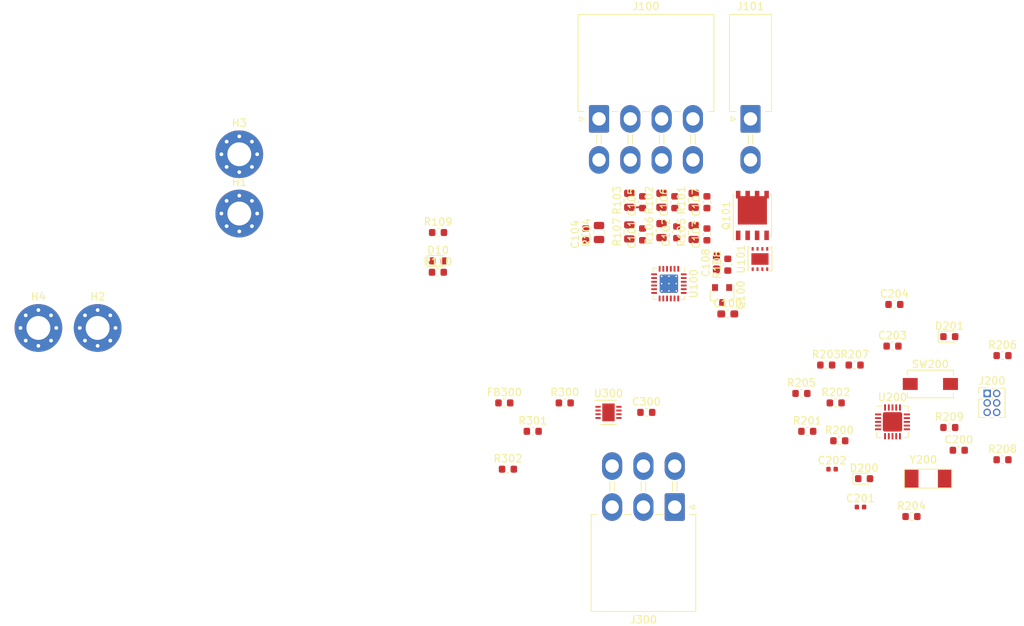
<source format=kicad_pcb>
(kicad_pcb (version 20171130) (host pcbnew "(5.1.2)-1")

  (general
    (thickness 1.6)
    (drawings 0)
    (tracks 8)
    (zones 0)
    (modules 58)
    (nets 63)
  )

  (page A4)
  (layers
    (0 F.Cu signal)
    (31 B.Cu signal)
    (32 B.Adhes user)
    (33 F.Adhes user)
    (34 B.Paste user)
    (35 F.Paste user)
    (36 B.SilkS user)
    (37 F.SilkS user)
    (38 B.Mask user)
    (39 F.Mask user)
    (40 Dwgs.User user)
    (41 Cmts.User user)
    (42 Eco1.User user)
    (43 Eco2.User user)
    (44 Edge.Cuts user)
    (45 Margin user)
    (46 B.CrtYd user)
    (47 F.CrtYd user)
    (48 B.Fab user)
    (49 F.Fab user)
  )

  (setup
    (last_trace_width 0.25)
    (trace_clearance 0.2)
    (zone_clearance 0.508)
    (zone_45_only no)
    (trace_min 0.2)
    (via_size 0.8)
    (via_drill 0.4)
    (via_min_size 0.4)
    (via_min_drill 0.3)
    (uvia_size 0.3)
    (uvia_drill 0.1)
    (uvias_allowed no)
    (uvia_min_size 0.2)
    (uvia_min_drill 0.1)
    (edge_width 0.05)
    (segment_width 0.2)
    (pcb_text_width 0.3)
    (pcb_text_size 1.5 1.5)
    (mod_edge_width 0.12)
    (mod_text_size 1 1)
    (mod_text_width 0.15)
    (pad_size 1.524 1.524)
    (pad_drill 0.762)
    (pad_to_mask_clearance 0.051)
    (solder_mask_min_width 0.25)
    (aux_axis_origin 0 0)
    (visible_elements 7FFFFFFF)
    (pcbplotparams
      (layerselection 0x010fc_ffffffff)
      (usegerberextensions false)
      (usegerberattributes false)
      (usegerberadvancedattributes false)
      (creategerberjobfile false)
      (excludeedgelayer true)
      (linewidth 0.100000)
      (plotframeref false)
      (viasonmask false)
      (mode 1)
      (useauxorigin false)
      (hpglpennumber 1)
      (hpglpenspeed 20)
      (hpglpendiameter 15.000000)
      (psnegative false)
      (psa4output false)
      (plotreference true)
      (plotvalue true)
      (plotinvisibletext false)
      (padsonsilk false)
      (subtractmaskfromsilk false)
      (outputformat 1)
      (mirror false)
      (drillshape 1)
      (scaleselection 1)
      (outputdirectory ""))
  )

  (net 0 "")
  (net 1 /tap6)
  (net 2 /tap5)
  (net 3 /tap4)
  (net 4 /tap3)
  (net 5 /tap2)
  (net 6 /tap1)
  (net 7 GND)
  (net 8 /~alert)
  (net 9 /v_cell)
  (net 10 /MOSI_SDA)
  (net 11 /SCK_SCL)
  (net 12 +3V3)
  (net 13 /TXD)
  (net 14 /RXD)
  (net 15 /v_cell_filt)
  (net 16 /MISO)
  (net 17 /~reset)
  (net 18 /MISO_SDA)
  (net 19 /MOSI)
  (net 20 /iLED1)
  (net 21 /iLED0)
  (net 22 /v_batt_filt)
  (net 23 /v_batt)
  (net 24 /v_ctl)
  (net 25 "Net-(C201-Pad1)")
  (net 26 "Net-(C202-Pad1)")
  (net 27 "Net-(D10-Pad2)")
  (net 28 "Net-(D200-Pad2)")
  (net 29 "Net-(D201-Pad2)")
  (net 30 "Net-(FB300-Pad2)")
  (net 31 "Net-(J100-Pad1)")
  (net 32 "Net-(J100-Pad2)")
  (net 33 "Net-(J100-Pad3)")
  (net 34 "Net-(J100-Pad4)")
  (net 35 "Net-(J100-Pad5)")
  (net 36 "Net-(J100-Pad6)")
  (net 37 "Net-(J100-Pad7)")
  (net 38 "Net-(J300-Pad1)")
  (net 39 "Net-(J300-Pad3)")
  (net 40 "Net-(J300-Pad5)")
  (net 41 "Net-(R300-Pad2)")
  (net 42 "Net-(U100-Pad9)")
  (net 43 "Net-(U100-Pad10)")
  (net 44 "Net-(U100-Pad11)")
  (net 45 "Net-(U100-Pad12)")
  (net 46 "Net-(U100-Pad17)")
  (net 47 "Net-(U100-Pad21)")
  (net 48 "Net-(U100-Pad22)")
  (net 49 "Net-(U200-Pad9)")
  (net 50 "Net-(U200-Pad12)")
  (net 51 "Net-(U200-Pad13)")
  (net 52 "Net-(U200-Pad14)")
  (net 53 "Net-(U300-Pad5)")
  (net 54 /v_iout_filt)
  (net 55 /v_iout)
  (net 56 "Net-(U100-Pad16)")
  (net 57 "Net-(J101-Pad1)")
  (net 58 "Net-(Q101-Pad4)")
  (net 59 /i_ctrl)
  (net 60 "Net-(U101-Pad6)")
  (net 61 "Net-(U101-Pad7)")
  (net 62 "Net-(U101-Pad8)")

  (net_class Default "This is the default net class."
    (clearance 0.2)
    (trace_width 0.25)
    (via_dia 0.8)
    (via_drill 0.4)
    (uvia_dia 0.3)
    (uvia_drill 0.1)
    (add_net +3V3)
    (add_net /MISO)
    (add_net /MISO_SDA)
    (add_net /MOSI)
    (add_net /MOSI_SDA)
    (add_net /RXD)
    (add_net /SCK_SCL)
    (add_net /TXD)
    (add_net /iLED0)
    (add_net /iLED1)
    (add_net /i_ctrl)
    (add_net /tap1)
    (add_net /tap2)
    (add_net /tap3)
    (add_net /tap4)
    (add_net /tap5)
    (add_net /tap6)
    (add_net /v_batt)
    (add_net /v_batt_filt)
    (add_net /v_cell)
    (add_net /v_cell_filt)
    (add_net /v_ctl)
    (add_net /v_iout)
    (add_net /v_iout_filt)
    (add_net /~alert)
    (add_net /~reset)
    (add_net GND)
    (add_net "Net-(C201-Pad1)")
    (add_net "Net-(C202-Pad1)")
    (add_net "Net-(D10-Pad2)")
    (add_net "Net-(D200-Pad2)")
    (add_net "Net-(D201-Pad2)")
    (add_net "Net-(FB300-Pad2)")
    (add_net "Net-(J100-Pad1)")
    (add_net "Net-(J100-Pad2)")
    (add_net "Net-(J100-Pad3)")
    (add_net "Net-(J100-Pad4)")
    (add_net "Net-(J100-Pad5)")
    (add_net "Net-(J100-Pad6)")
    (add_net "Net-(J100-Pad7)")
    (add_net "Net-(J101-Pad1)")
    (add_net "Net-(J300-Pad1)")
    (add_net "Net-(J300-Pad3)")
    (add_net "Net-(J300-Pad5)")
    (add_net "Net-(Q101-Pad4)")
    (add_net "Net-(R300-Pad2)")
    (add_net "Net-(U100-Pad10)")
    (add_net "Net-(U100-Pad11)")
    (add_net "Net-(U100-Pad12)")
    (add_net "Net-(U100-Pad16)")
    (add_net "Net-(U100-Pad17)")
    (add_net "Net-(U100-Pad21)")
    (add_net "Net-(U100-Pad22)")
    (add_net "Net-(U100-Pad9)")
    (add_net "Net-(U101-Pad6)")
    (add_net "Net-(U101-Pad7)")
    (add_net "Net-(U101-Pad8)")
    (add_net "Net-(U200-Pad12)")
    (add_net "Net-(U200-Pad13)")
    (add_net "Net-(U200-Pad14)")
    (add_net "Net-(U200-Pad9)")
    (add_net "Net-(U300-Pad5)")
  )

  (module Capacitor_SMD:C_0603_1608Metric (layer F.Cu) (tedit 5B301BBE) (tstamp 5D1D0187)
    (at 132.842 65.024 90)
    (descr "Capacitor SMD 0603 (1608 Metric), square (rectangular) end terminal, IPC_7351 nominal, (Body size source: http://www.tortai-tech.com/upload/download/2011102023233369053.pdf), generated with kicad-footprint-generator")
    (tags capacitor)
    (path /5D20776C)
    (attr smd)
    (fp_text reference C101 (at 0 -1.43 90) (layer F.SilkS)
      (effects (font (size 1 1) (thickness 0.15)))
    )
    (fp_text value 1u (at 0 1.43 90) (layer F.Fab)
      (effects (font (size 1 1) (thickness 0.15)))
    )
    (fp_line (start -0.8 0.4) (end -0.8 -0.4) (layer F.Fab) (width 0.1))
    (fp_line (start -0.8 -0.4) (end 0.8 -0.4) (layer F.Fab) (width 0.1))
    (fp_line (start 0.8 -0.4) (end 0.8 0.4) (layer F.Fab) (width 0.1))
    (fp_line (start 0.8 0.4) (end -0.8 0.4) (layer F.Fab) (width 0.1))
    (fp_line (start -0.162779 -0.51) (end 0.162779 -0.51) (layer F.SilkS) (width 0.12))
    (fp_line (start -0.162779 0.51) (end 0.162779 0.51) (layer F.SilkS) (width 0.12))
    (fp_line (start -1.48 0.73) (end -1.48 -0.73) (layer F.CrtYd) (width 0.05))
    (fp_line (start -1.48 -0.73) (end 1.48 -0.73) (layer F.CrtYd) (width 0.05))
    (fp_line (start 1.48 -0.73) (end 1.48 0.73) (layer F.CrtYd) (width 0.05))
    (fp_line (start 1.48 0.73) (end -1.48 0.73) (layer F.CrtYd) (width 0.05))
    (fp_text user %R (at 0 0 90) (layer F.Fab)
      (effects (font (size 0.4 0.4) (thickness 0.06)))
    )
    (pad 1 smd roundrect (at -0.7875 0 90) (size 0.875 0.95) (layers F.Cu F.Paste F.Mask) (roundrect_rratio 0.25)
      (net 7 GND))
    (pad 2 smd roundrect (at 0.7875 0 90) (size 0.875 0.95) (layers F.Cu F.Paste F.Mask) (roundrect_rratio 0.25)
      (net 7 GND))
    (model ${KISYS3DMOD}/Capacitor_SMD.3dshapes/C_0603_1608Metric.wrl
      (at (xyz 0 0 0))
      (scale (xyz 1 1 1))
      (rotate (xyz 0 0 0))
    )
  )

  (module Capacitor_SMD:C_0603_1608Metric (layer F.Cu) (tedit 5B301BBE) (tstamp 5D1D0198)
    (at 137.414 64.7445 90)
    (descr "Capacitor SMD 0603 (1608 Metric), square (rectangular) end terminal, IPC_7351 nominal, (Body size source: http://www.tortai-tech.com/upload/download/2011102023233369053.pdf), generated with kicad-footprint-generator")
    (tags capacitor)
    (path /5D5CE4D0)
    (attr smd)
    (fp_text reference C102 (at 0 -1.43 90) (layer F.SilkS)
      (effects (font (size 1 1) (thickness 0.15)))
    )
    (fp_text value 1u (at 0 1.43 90) (layer F.Fab)
      (effects (font (size 1 1) (thickness 0.15)))
    )
    (fp_text user %R (at 0 0 90) (layer F.Fab)
      (effects (font (size 0.4 0.4) (thickness 0.06)))
    )
    (fp_line (start 1.48 0.73) (end -1.48 0.73) (layer F.CrtYd) (width 0.05))
    (fp_line (start 1.48 -0.73) (end 1.48 0.73) (layer F.CrtYd) (width 0.05))
    (fp_line (start -1.48 -0.73) (end 1.48 -0.73) (layer F.CrtYd) (width 0.05))
    (fp_line (start -1.48 0.73) (end -1.48 -0.73) (layer F.CrtYd) (width 0.05))
    (fp_line (start -0.162779 0.51) (end 0.162779 0.51) (layer F.SilkS) (width 0.12))
    (fp_line (start -0.162779 -0.51) (end 0.162779 -0.51) (layer F.SilkS) (width 0.12))
    (fp_line (start 0.8 0.4) (end -0.8 0.4) (layer F.Fab) (width 0.1))
    (fp_line (start 0.8 -0.4) (end 0.8 0.4) (layer F.Fab) (width 0.1))
    (fp_line (start -0.8 -0.4) (end 0.8 -0.4) (layer F.Fab) (width 0.1))
    (fp_line (start -0.8 0.4) (end -0.8 -0.4) (layer F.Fab) (width 0.1))
    (pad 2 smd roundrect (at 0.7875 0 90) (size 0.875 0.95) (layers F.Cu F.Paste F.Mask) (roundrect_rratio 0.25)
      (net 7 GND))
    (pad 1 smd roundrect (at -0.7875 0 90) (size 0.875 0.95) (layers F.Cu F.Paste F.Mask) (roundrect_rratio 0.25)
      (net 6 /tap1))
    (model ${KISYS3DMOD}/Capacitor_SMD.3dshapes/C_0603_1608Metric.wrl
      (at (xyz 0 0 0))
      (scale (xyz 1 1 1))
      (rotate (xyz 0 0 0))
    )
  )

  (module Capacitor_SMD:C_0603_1608Metric (layer F.Cu) (tedit 5B301BBE) (tstamp 5D1D01A9)
    (at 141.478 65.024 90)
    (descr "Capacitor SMD 0603 (1608 Metric), square (rectangular) end terminal, IPC_7351 nominal, (Body size source: http://www.tortai-tech.com/upload/download/2011102023233369053.pdf), generated with kicad-footprint-generator")
    (tags capacitor)
    (path /5D5CE858)
    (attr smd)
    (fp_text reference C103 (at 0 -1.43 90) (layer F.SilkS)
      (effects (font (size 1 1) (thickness 0.15)))
    )
    (fp_text value 1u (at 0 1.43 90) (layer F.Fab)
      (effects (font (size 1 1) (thickness 0.15)))
    )
    (fp_line (start -0.8 0.4) (end -0.8 -0.4) (layer F.Fab) (width 0.1))
    (fp_line (start -0.8 -0.4) (end 0.8 -0.4) (layer F.Fab) (width 0.1))
    (fp_line (start 0.8 -0.4) (end 0.8 0.4) (layer F.Fab) (width 0.1))
    (fp_line (start 0.8 0.4) (end -0.8 0.4) (layer F.Fab) (width 0.1))
    (fp_line (start -0.162779 -0.51) (end 0.162779 -0.51) (layer F.SilkS) (width 0.12))
    (fp_line (start -0.162779 0.51) (end 0.162779 0.51) (layer F.SilkS) (width 0.12))
    (fp_line (start -1.48 0.73) (end -1.48 -0.73) (layer F.CrtYd) (width 0.05))
    (fp_line (start -1.48 -0.73) (end 1.48 -0.73) (layer F.CrtYd) (width 0.05))
    (fp_line (start 1.48 -0.73) (end 1.48 0.73) (layer F.CrtYd) (width 0.05))
    (fp_line (start 1.48 0.73) (end -1.48 0.73) (layer F.CrtYd) (width 0.05))
    (fp_text user %R (at 0 0 90) (layer F.Fab)
      (effects (font (size 0.4 0.4) (thickness 0.06)))
    )
    (pad 1 smd roundrect (at -0.7875 0 90) (size 0.875 0.95) (layers F.Cu F.Paste F.Mask) (roundrect_rratio 0.25)
      (net 5 /tap2))
    (pad 2 smd roundrect (at 0.7875 0 90) (size 0.875 0.95) (layers F.Cu F.Paste F.Mask) (roundrect_rratio 0.25)
      (net 7 GND))
    (model ${KISYS3DMOD}/Capacitor_SMD.3dshapes/C_0603_1608Metric.wrl
      (at (xyz 0 0 0))
      (scale (xyz 1 1 1))
      (rotate (xyz 0 0 0))
    )
  )

  (module Capacitor_SMD:C_0603_1608Metric (layer F.Cu) (tedit 5B301BBE) (tstamp 5D1D01BA)
    (at 125.222 65.024 90)
    (descr "Capacitor SMD 0603 (1608 Metric), square (rectangular) end terminal, IPC_7351 nominal, (Body size source: http://www.tortai-tech.com/upload/download/2011102023233369053.pdf), generated with kicad-footprint-generator")
    (tags capacitor)
    (path /5D5CEBB9)
    (attr smd)
    (fp_text reference C104 (at 0 -1.43 90) (layer F.SilkS)
      (effects (font (size 1 1) (thickness 0.15)))
    )
    (fp_text value 1u (at 0 1.43 90) (layer F.Fab)
      (effects (font (size 1 1) (thickness 0.15)))
    )
    (fp_text user %R (at 0 0 90) (layer F.Fab)
      (effects (font (size 0.4 0.4) (thickness 0.06)))
    )
    (fp_line (start 1.48 0.73) (end -1.48 0.73) (layer F.CrtYd) (width 0.05))
    (fp_line (start 1.48 -0.73) (end 1.48 0.73) (layer F.CrtYd) (width 0.05))
    (fp_line (start -1.48 -0.73) (end 1.48 -0.73) (layer F.CrtYd) (width 0.05))
    (fp_line (start -1.48 0.73) (end -1.48 -0.73) (layer F.CrtYd) (width 0.05))
    (fp_line (start -0.162779 0.51) (end 0.162779 0.51) (layer F.SilkS) (width 0.12))
    (fp_line (start -0.162779 -0.51) (end 0.162779 -0.51) (layer F.SilkS) (width 0.12))
    (fp_line (start 0.8 0.4) (end -0.8 0.4) (layer F.Fab) (width 0.1))
    (fp_line (start 0.8 -0.4) (end 0.8 0.4) (layer F.Fab) (width 0.1))
    (fp_line (start -0.8 -0.4) (end 0.8 -0.4) (layer F.Fab) (width 0.1))
    (fp_line (start -0.8 0.4) (end -0.8 -0.4) (layer F.Fab) (width 0.1))
    (pad 2 smd roundrect (at 0.7875 0 90) (size 0.875 0.95) (layers F.Cu F.Paste F.Mask) (roundrect_rratio 0.25)
      (net 7 GND))
    (pad 1 smd roundrect (at -0.7875 0 90) (size 0.875 0.95) (layers F.Cu F.Paste F.Mask) (roundrect_rratio 0.25)
      (net 4 /tap3))
    (model ${KISYS3DMOD}/Capacitor_SMD.3dshapes/C_0603_1608Metric.wrl
      (at (xyz 0 0 0))
      (scale (xyz 1 1 1))
      (rotate (xyz 0 0 0))
    )
  )

  (module Capacitor_SMD:C_0603_1608Metric (layer F.Cu) (tedit 5B301BBE) (tstamp 5D1D01CB)
    (at 132.842 60.706 90)
    (descr "Capacitor SMD 0603 (1608 Metric), square (rectangular) end terminal, IPC_7351 nominal, (Body size source: http://www.tortai-tech.com/upload/download/2011102023233369053.pdf), generated with kicad-footprint-generator")
    (tags capacitor)
    (path /5D5CEE76)
    (attr smd)
    (fp_text reference C105 (at 0 -1.43 90) (layer F.SilkS)
      (effects (font (size 1 1) (thickness 0.15)))
    )
    (fp_text value 1u (at 0 1.43 90) (layer F.Fab)
      (effects (font (size 1 1) (thickness 0.15)))
    )
    (fp_line (start -0.8 0.4) (end -0.8 -0.4) (layer F.Fab) (width 0.1))
    (fp_line (start -0.8 -0.4) (end 0.8 -0.4) (layer F.Fab) (width 0.1))
    (fp_line (start 0.8 -0.4) (end 0.8 0.4) (layer F.Fab) (width 0.1))
    (fp_line (start 0.8 0.4) (end -0.8 0.4) (layer F.Fab) (width 0.1))
    (fp_line (start -0.162779 -0.51) (end 0.162779 -0.51) (layer F.SilkS) (width 0.12))
    (fp_line (start -0.162779 0.51) (end 0.162779 0.51) (layer F.SilkS) (width 0.12))
    (fp_line (start -1.48 0.73) (end -1.48 -0.73) (layer F.CrtYd) (width 0.05))
    (fp_line (start -1.48 -0.73) (end 1.48 -0.73) (layer F.CrtYd) (width 0.05))
    (fp_line (start 1.48 -0.73) (end 1.48 0.73) (layer F.CrtYd) (width 0.05))
    (fp_line (start 1.48 0.73) (end -1.48 0.73) (layer F.CrtYd) (width 0.05))
    (fp_text user %R (at 0 0 90) (layer F.Fab)
      (effects (font (size 0.4 0.4) (thickness 0.06)))
    )
    (pad 1 smd roundrect (at -0.7875 0 90) (size 0.875 0.95) (layers F.Cu F.Paste F.Mask) (roundrect_rratio 0.25)
      (net 3 /tap4))
    (pad 2 smd roundrect (at 0.7875 0 90) (size 0.875 0.95) (layers F.Cu F.Paste F.Mask) (roundrect_rratio 0.25)
      (net 7 GND))
    (model ${KISYS3DMOD}/Capacitor_SMD.3dshapes/C_0603_1608Metric.wrl
      (at (xyz 0 0 0))
      (scale (xyz 1 1 1))
      (rotate (xyz 0 0 0))
    )
  )

  (module Capacitor_SMD:C_0603_1608Metric (layer F.Cu) (tedit 5B301BBE) (tstamp 5D1D01DC)
    (at 137.16 60.706 90)
    (descr "Capacitor SMD 0603 (1608 Metric), square (rectangular) end terminal, IPC_7351 nominal, (Body size source: http://www.tortai-tech.com/upload/download/2011102023233369053.pdf), generated with kicad-footprint-generator")
    (tags capacitor)
    (path /5D5CF724)
    (attr smd)
    (fp_text reference C106 (at 0 -1.43 90) (layer F.SilkS)
      (effects (font (size 1 1) (thickness 0.15)))
    )
    (fp_text value 1u (at 0 1.43 90) (layer F.Fab)
      (effects (font (size 1 1) (thickness 0.15)))
    )
    (fp_text user %R (at 0 0 90) (layer F.Fab)
      (effects (font (size 0.4 0.4) (thickness 0.06)))
    )
    (fp_line (start 1.48 0.73) (end -1.48 0.73) (layer F.CrtYd) (width 0.05))
    (fp_line (start 1.48 -0.73) (end 1.48 0.73) (layer F.CrtYd) (width 0.05))
    (fp_line (start -1.48 -0.73) (end 1.48 -0.73) (layer F.CrtYd) (width 0.05))
    (fp_line (start -1.48 0.73) (end -1.48 -0.73) (layer F.CrtYd) (width 0.05))
    (fp_line (start -0.162779 0.51) (end 0.162779 0.51) (layer F.SilkS) (width 0.12))
    (fp_line (start -0.162779 -0.51) (end 0.162779 -0.51) (layer F.SilkS) (width 0.12))
    (fp_line (start 0.8 0.4) (end -0.8 0.4) (layer F.Fab) (width 0.1))
    (fp_line (start 0.8 -0.4) (end 0.8 0.4) (layer F.Fab) (width 0.1))
    (fp_line (start -0.8 -0.4) (end 0.8 -0.4) (layer F.Fab) (width 0.1))
    (fp_line (start -0.8 0.4) (end -0.8 -0.4) (layer F.Fab) (width 0.1))
    (pad 2 smd roundrect (at 0.7875 0 90) (size 0.875 0.95) (layers F.Cu F.Paste F.Mask) (roundrect_rratio 0.25)
      (net 7 GND))
    (pad 1 smd roundrect (at -0.7875 0 90) (size 0.875 0.95) (layers F.Cu F.Paste F.Mask) (roundrect_rratio 0.25)
      (net 2 /tap5))
    (model ${KISYS3DMOD}/Capacitor_SMD.3dshapes/C_0603_1608Metric.wrl
      (at (xyz 0 0 0))
      (scale (xyz 1 1 1))
      (rotate (xyz 0 0 0))
    )
  )

  (module Capacitor_SMD:C_0603_1608Metric (layer F.Cu) (tedit 5B301BBE) (tstamp 5D1D01ED)
    (at 141.478 60.706 90)
    (descr "Capacitor SMD 0603 (1608 Metric), square (rectangular) end terminal, IPC_7351 nominal, (Body size source: http://www.tortai-tech.com/upload/download/2011102023233369053.pdf), generated with kicad-footprint-generator")
    (tags capacitor)
    (path /5D5CFA3C)
    (attr smd)
    (fp_text reference C107 (at 0 -1.43 90) (layer F.SilkS)
      (effects (font (size 1 1) (thickness 0.15)))
    )
    (fp_text value 1u (at 0 1.43 90) (layer F.Fab)
      (effects (font (size 1 1) (thickness 0.15)))
    )
    (fp_line (start -0.8 0.4) (end -0.8 -0.4) (layer F.Fab) (width 0.1))
    (fp_line (start -0.8 -0.4) (end 0.8 -0.4) (layer F.Fab) (width 0.1))
    (fp_line (start 0.8 -0.4) (end 0.8 0.4) (layer F.Fab) (width 0.1))
    (fp_line (start 0.8 0.4) (end -0.8 0.4) (layer F.Fab) (width 0.1))
    (fp_line (start -0.162779 -0.51) (end 0.162779 -0.51) (layer F.SilkS) (width 0.12))
    (fp_line (start -0.162779 0.51) (end 0.162779 0.51) (layer F.SilkS) (width 0.12))
    (fp_line (start -1.48 0.73) (end -1.48 -0.73) (layer F.CrtYd) (width 0.05))
    (fp_line (start -1.48 -0.73) (end 1.48 -0.73) (layer F.CrtYd) (width 0.05))
    (fp_line (start 1.48 -0.73) (end 1.48 0.73) (layer F.CrtYd) (width 0.05))
    (fp_line (start 1.48 0.73) (end -1.48 0.73) (layer F.CrtYd) (width 0.05))
    (fp_text user %R (at 0 0 90) (layer F.Fab)
      (effects (font (size 0.4 0.4) (thickness 0.06)))
    )
    (pad 1 smd roundrect (at -0.7875 0 90) (size 0.875 0.95) (layers F.Cu F.Paste F.Mask) (roundrect_rratio 0.25)
      (net 1 /tap6))
    (pad 2 smd roundrect (at 0.7875 0 90) (size 0.875 0.95) (layers F.Cu F.Paste F.Mask) (roundrect_rratio 0.25)
      (net 7 GND))
    (model ${KISYS3DMOD}/Capacitor_SMD.3dshapes/C_0603_1608Metric.wrl
      (at (xyz 0 0 0))
      (scale (xyz 1 1 1))
      (rotate (xyz 0 0 0))
    )
  )

  (module Capacitor_SMD:C_0603_1608Metric_Pad1.05x0.95mm_HandSolder (layer F.Cu) (tedit 5B301BBE) (tstamp 5D1D01FE)
    (at 142.748 68.834 90)
    (descr "Capacitor SMD 0603 (1608 Metric), square (rectangular) end terminal, IPC_7351 nominal with elongated pad for handsoldering. (Body size source: http://www.tortai-tech.com/upload/download/2011102023233369053.pdf), generated with kicad-footprint-generator")
    (tags "capacitor handsolder")
    (path /5D6921FC)
    (attr smd)
    (fp_text reference C108 (at 0 -1.43 90) (layer F.SilkS)
      (effects (font (size 1 1) (thickness 0.15)))
    )
    (fp_text value 10u (at 0 1.43 90) (layer F.Fab)
      (effects (font (size 1 1) (thickness 0.15)))
    )
    (fp_line (start -0.8 0.4) (end -0.8 -0.4) (layer F.Fab) (width 0.1))
    (fp_line (start -0.8 -0.4) (end 0.8 -0.4) (layer F.Fab) (width 0.1))
    (fp_line (start 0.8 -0.4) (end 0.8 0.4) (layer F.Fab) (width 0.1))
    (fp_line (start 0.8 0.4) (end -0.8 0.4) (layer F.Fab) (width 0.1))
    (fp_line (start -0.171267 -0.51) (end 0.171267 -0.51) (layer F.SilkS) (width 0.12))
    (fp_line (start -0.171267 0.51) (end 0.171267 0.51) (layer F.SilkS) (width 0.12))
    (fp_line (start -1.65 0.73) (end -1.65 -0.73) (layer F.CrtYd) (width 0.05))
    (fp_line (start -1.65 -0.73) (end 1.65 -0.73) (layer F.CrtYd) (width 0.05))
    (fp_line (start 1.65 -0.73) (end 1.65 0.73) (layer F.CrtYd) (width 0.05))
    (fp_line (start 1.65 0.73) (end -1.65 0.73) (layer F.CrtYd) (width 0.05))
    (fp_text user %R (at 0 0 90) (layer F.Fab)
      (effects (font (size 0.4 0.4) (thickness 0.06)))
    )
    (pad 1 smd roundrect (at -0.875 0 90) (size 1.05 0.95) (layers F.Cu F.Paste F.Mask) (roundrect_rratio 0.25)
      (net 22 /v_batt_filt))
    (pad 2 smd roundrect (at 0.875 0 90) (size 1.05 0.95) (layers F.Cu F.Paste F.Mask) (roundrect_rratio 0.25)
      (net 7 GND))
    (model ${KISYS3DMOD}/Capacitor_SMD.3dshapes/C_0603_1608Metric.wrl
      (at (xyz 0 0 0))
      (scale (xyz 1 1 1))
      (rotate (xyz 0 0 0))
    )
  )

  (module Capacitor_SMD:C_0603_1608Metric_Pad1.05x0.95mm_HandSolder (layer F.Cu) (tedit 5B301BBE) (tstamp 5D1D020F)
    (at 144.272 75.692)
    (descr "Capacitor SMD 0603 (1608 Metric), square (rectangular) end terminal, IPC_7351 nominal with elongated pad for handsoldering. (Body size source: http://www.tortai-tech.com/upload/download/2011102023233369053.pdf), generated with kicad-footprint-generator")
    (tags "capacitor handsolder")
    (path /5D6A48DC)
    (attr smd)
    (fp_text reference C109 (at 0 -1.43) (layer F.SilkS)
      (effects (font (size 1 1) (thickness 0.15)))
    )
    (fp_text value 4.7u (at 0 1.43) (layer F.Fab)
      (effects (font (size 1 1) (thickness 0.15)))
    )
    (fp_text user %R (at 0 0) (layer F.Fab)
      (effects (font (size 0.4 0.4) (thickness 0.06)))
    )
    (fp_line (start 1.65 0.73) (end -1.65 0.73) (layer F.CrtYd) (width 0.05))
    (fp_line (start 1.65 -0.73) (end 1.65 0.73) (layer F.CrtYd) (width 0.05))
    (fp_line (start -1.65 -0.73) (end 1.65 -0.73) (layer F.CrtYd) (width 0.05))
    (fp_line (start -1.65 0.73) (end -1.65 -0.73) (layer F.CrtYd) (width 0.05))
    (fp_line (start -0.171267 0.51) (end 0.171267 0.51) (layer F.SilkS) (width 0.12))
    (fp_line (start -0.171267 -0.51) (end 0.171267 -0.51) (layer F.SilkS) (width 0.12))
    (fp_line (start 0.8 0.4) (end -0.8 0.4) (layer F.Fab) (width 0.1))
    (fp_line (start 0.8 -0.4) (end 0.8 0.4) (layer F.Fab) (width 0.1))
    (fp_line (start -0.8 -0.4) (end 0.8 -0.4) (layer F.Fab) (width 0.1))
    (fp_line (start -0.8 0.4) (end -0.8 -0.4) (layer F.Fab) (width 0.1))
    (pad 2 smd roundrect (at 0.875 0) (size 1.05 0.95) (layers F.Cu F.Paste F.Mask) (roundrect_rratio 0.25)
      (net 7 GND))
    (pad 1 smd roundrect (at -0.875 0) (size 1.05 0.95) (layers F.Cu F.Paste F.Mask) (roundrect_rratio 0.25)
      (net 12 +3V3))
    (model ${KISYS3DMOD}/Capacitor_SMD.3dshapes/C_0603_1608Metric.wrl
      (at (xyz 0 0 0))
      (scale (xyz 1 1 1))
      (rotate (xyz 0 0 0))
    )
  )

  (module Capacitor_SMD:C_0603_1608Metric (layer F.Cu) (tedit 5B301BBE) (tstamp 5D1D0220)
    (at 175.26 93.98)
    (descr "Capacitor SMD 0603 (1608 Metric), square (rectangular) end terminal, IPC_7351 nominal, (Body size source: http://www.tortai-tech.com/upload/download/2011102023233369053.pdf), generated with kicad-footprint-generator")
    (tags capacitor)
    (path /5D1A8303)
    (attr smd)
    (fp_text reference C200 (at 0 -1.43) (layer F.SilkS)
      (effects (font (size 1 1) (thickness 0.15)))
    )
    (fp_text value 1u (at 0 1.43) (layer F.Fab)
      (effects (font (size 1 1) (thickness 0.15)))
    )
    (fp_text user %R (at 0 0) (layer F.Fab)
      (effects (font (size 0.4 0.4) (thickness 0.06)))
    )
    (fp_line (start 1.48 0.73) (end -1.48 0.73) (layer F.CrtYd) (width 0.05))
    (fp_line (start 1.48 -0.73) (end 1.48 0.73) (layer F.CrtYd) (width 0.05))
    (fp_line (start -1.48 -0.73) (end 1.48 -0.73) (layer F.CrtYd) (width 0.05))
    (fp_line (start -1.48 0.73) (end -1.48 -0.73) (layer F.CrtYd) (width 0.05))
    (fp_line (start -0.162779 0.51) (end 0.162779 0.51) (layer F.SilkS) (width 0.12))
    (fp_line (start -0.162779 -0.51) (end 0.162779 -0.51) (layer F.SilkS) (width 0.12))
    (fp_line (start 0.8 0.4) (end -0.8 0.4) (layer F.Fab) (width 0.1))
    (fp_line (start 0.8 -0.4) (end 0.8 0.4) (layer F.Fab) (width 0.1))
    (fp_line (start -0.8 -0.4) (end 0.8 -0.4) (layer F.Fab) (width 0.1))
    (fp_line (start -0.8 0.4) (end -0.8 -0.4) (layer F.Fab) (width 0.1))
    (pad 2 smd roundrect (at 0.7875 0) (size 0.875 0.95) (layers F.Cu F.Paste F.Mask) (roundrect_rratio 0.25)
      (net 7 GND))
    (pad 1 smd roundrect (at -0.7875 0) (size 0.875 0.95) (layers F.Cu F.Paste F.Mask) (roundrect_rratio 0.25)
      (net 12 +3V3))
    (model ${KISYS3DMOD}/Capacitor_SMD.3dshapes/C_0603_1608Metric.wrl
      (at (xyz 0 0 0))
      (scale (xyz 1 1 1))
      (rotate (xyz 0 0 0))
    )
  )

  (module Capacitor_SMD:C_0402_1005Metric (layer F.Cu) (tedit 5B301BBE) (tstamp 5D1D022F)
    (at 162.075 101.6)
    (descr "Capacitor SMD 0402 (1005 Metric), square (rectangular) end terminal, IPC_7351 nominal, (Body size source: http://www.tortai-tech.com/upload/download/2011102023233369053.pdf), generated with kicad-footprint-generator")
    (tags capacitor)
    (path /5D0EB8FA)
    (attr smd)
    (fp_text reference C201 (at 0 -1.17) (layer F.SilkS)
      (effects (font (size 1 1) (thickness 0.15)))
    )
    (fp_text value 18p (at 0 1.17) (layer F.Fab)
      (effects (font (size 1 1) (thickness 0.15)))
    )
    (fp_text user %R (at 0 0) (layer F.Fab)
      (effects (font (size 0.25 0.25) (thickness 0.04)))
    )
    (fp_line (start 0.93 0.47) (end -0.93 0.47) (layer F.CrtYd) (width 0.05))
    (fp_line (start 0.93 -0.47) (end 0.93 0.47) (layer F.CrtYd) (width 0.05))
    (fp_line (start -0.93 -0.47) (end 0.93 -0.47) (layer F.CrtYd) (width 0.05))
    (fp_line (start -0.93 0.47) (end -0.93 -0.47) (layer F.CrtYd) (width 0.05))
    (fp_line (start 0.5 0.25) (end -0.5 0.25) (layer F.Fab) (width 0.1))
    (fp_line (start 0.5 -0.25) (end 0.5 0.25) (layer F.Fab) (width 0.1))
    (fp_line (start -0.5 -0.25) (end 0.5 -0.25) (layer F.Fab) (width 0.1))
    (fp_line (start -0.5 0.25) (end -0.5 -0.25) (layer F.Fab) (width 0.1))
    (pad 2 smd roundrect (at 0.485 0) (size 0.59 0.64) (layers F.Cu F.Paste F.Mask) (roundrect_rratio 0.25)
      (net 7 GND))
    (pad 1 smd roundrect (at -0.485 0) (size 0.59 0.64) (layers F.Cu F.Paste F.Mask) (roundrect_rratio 0.25)
      (net 25 "Net-(C201-Pad1)"))
    (model ${KISYS3DMOD}/Capacitor_SMD.3dshapes/C_0402_1005Metric.wrl
      (at (xyz 0 0 0))
      (scale (xyz 1 1 1))
      (rotate (xyz 0 0 0))
    )
  )

  (module Capacitor_SMD:C_0402_1005Metric (layer F.Cu) (tedit 5B301BBE) (tstamp 5D1D023E)
    (at 158.265 96.52)
    (descr "Capacitor SMD 0402 (1005 Metric), square (rectangular) end terminal, IPC_7351 nominal, (Body size source: http://www.tortai-tech.com/upload/download/2011102023233369053.pdf), generated with kicad-footprint-generator")
    (tags capacitor)
    (path /5D0EC24A)
    (attr smd)
    (fp_text reference C202 (at 0 -1.17) (layer F.SilkS)
      (effects (font (size 1 1) (thickness 0.15)))
    )
    (fp_text value 18p (at 0 1.17) (layer F.Fab)
      (effects (font (size 1 1) (thickness 0.15)))
    )
    (fp_line (start -0.5 0.25) (end -0.5 -0.25) (layer F.Fab) (width 0.1))
    (fp_line (start -0.5 -0.25) (end 0.5 -0.25) (layer F.Fab) (width 0.1))
    (fp_line (start 0.5 -0.25) (end 0.5 0.25) (layer F.Fab) (width 0.1))
    (fp_line (start 0.5 0.25) (end -0.5 0.25) (layer F.Fab) (width 0.1))
    (fp_line (start -0.93 0.47) (end -0.93 -0.47) (layer F.CrtYd) (width 0.05))
    (fp_line (start -0.93 -0.47) (end 0.93 -0.47) (layer F.CrtYd) (width 0.05))
    (fp_line (start 0.93 -0.47) (end 0.93 0.47) (layer F.CrtYd) (width 0.05))
    (fp_line (start 0.93 0.47) (end -0.93 0.47) (layer F.CrtYd) (width 0.05))
    (fp_text user %R (at 0 0) (layer F.Fab)
      (effects (font (size 0.25 0.25) (thickness 0.04)))
    )
    (pad 1 smd roundrect (at -0.485 0) (size 0.59 0.64) (layers F.Cu F.Paste F.Mask) (roundrect_rratio 0.25)
      (net 26 "Net-(C202-Pad1)"))
    (pad 2 smd roundrect (at 0.485 0) (size 0.59 0.64) (layers F.Cu F.Paste F.Mask) (roundrect_rratio 0.25)
      (net 7 GND))
    (model ${KISYS3DMOD}/Capacitor_SMD.3dshapes/C_0402_1005Metric.wrl
      (at (xyz 0 0 0))
      (scale (xyz 1 1 1))
      (rotate (xyz 0 0 0))
    )
  )

  (module Capacitor_SMD:C_0603_1608Metric (layer F.Cu) (tedit 5B301BBE) (tstamp 5D1D024F)
    (at 166.37 80.01)
    (descr "Capacitor SMD 0603 (1608 Metric), square (rectangular) end terminal, IPC_7351 nominal, (Body size source: http://www.tortai-tech.com/upload/download/2011102023233369053.pdf), generated with kicad-footprint-generator")
    (tags capacitor)
    (path /5D2FB086)
    (attr smd)
    (fp_text reference C203 (at 0 -1.43) (layer F.SilkS)
      (effects (font (size 1 1) (thickness 0.15)))
    )
    (fp_text value .1u (at 0 1.43) (layer F.Fab)
      (effects (font (size 1 1) (thickness 0.15)))
    )
    (fp_text user %R (at 0 0) (layer F.Fab)
      (effects (font (size 0.4 0.4) (thickness 0.06)))
    )
    (fp_line (start 1.48 0.73) (end -1.48 0.73) (layer F.CrtYd) (width 0.05))
    (fp_line (start 1.48 -0.73) (end 1.48 0.73) (layer F.CrtYd) (width 0.05))
    (fp_line (start -1.48 -0.73) (end 1.48 -0.73) (layer F.CrtYd) (width 0.05))
    (fp_line (start -1.48 0.73) (end -1.48 -0.73) (layer F.CrtYd) (width 0.05))
    (fp_line (start -0.162779 0.51) (end 0.162779 0.51) (layer F.SilkS) (width 0.12))
    (fp_line (start -0.162779 -0.51) (end 0.162779 -0.51) (layer F.SilkS) (width 0.12))
    (fp_line (start 0.8 0.4) (end -0.8 0.4) (layer F.Fab) (width 0.1))
    (fp_line (start 0.8 -0.4) (end 0.8 0.4) (layer F.Fab) (width 0.1))
    (fp_line (start -0.8 -0.4) (end 0.8 -0.4) (layer F.Fab) (width 0.1))
    (fp_line (start -0.8 0.4) (end -0.8 -0.4) (layer F.Fab) (width 0.1))
    (pad 2 smd roundrect (at 0.7875 0) (size 0.875 0.95) (layers F.Cu F.Paste F.Mask) (roundrect_rratio 0.25)
      (net 7 GND))
    (pad 1 smd roundrect (at -0.7875 0) (size 0.875 0.95) (layers F.Cu F.Paste F.Mask) (roundrect_rratio 0.25)
      (net 54 /v_iout_filt))
    (model ${KISYS3DMOD}/Capacitor_SMD.3dshapes/C_0603_1608Metric.wrl
      (at (xyz 0 0 0))
      (scale (xyz 1 1 1))
      (rotate (xyz 0 0 0))
    )
  )

  (module Capacitor_SMD:C_0603_1608Metric (layer F.Cu) (tedit 5B301BBE) (tstamp 5D1D0260)
    (at 166.624 74.422)
    (descr "Capacitor SMD 0603 (1608 Metric), square (rectangular) end terminal, IPC_7351 nominal, (Body size source: http://www.tortai-tech.com/upload/download/2011102023233369053.pdf), generated with kicad-footprint-generator")
    (tags capacitor)
    (path /5D30CADC)
    (attr smd)
    (fp_text reference C204 (at 0 -1.43) (layer F.SilkS)
      (effects (font (size 1 1) (thickness 0.15)))
    )
    (fp_text value .1u (at 0 1.43) (layer F.Fab)
      (effects (font (size 1 1) (thickness 0.15)))
    )
    (fp_line (start -0.8 0.4) (end -0.8 -0.4) (layer F.Fab) (width 0.1))
    (fp_line (start -0.8 -0.4) (end 0.8 -0.4) (layer F.Fab) (width 0.1))
    (fp_line (start 0.8 -0.4) (end 0.8 0.4) (layer F.Fab) (width 0.1))
    (fp_line (start 0.8 0.4) (end -0.8 0.4) (layer F.Fab) (width 0.1))
    (fp_line (start -0.162779 -0.51) (end 0.162779 -0.51) (layer F.SilkS) (width 0.12))
    (fp_line (start -0.162779 0.51) (end 0.162779 0.51) (layer F.SilkS) (width 0.12))
    (fp_line (start -1.48 0.73) (end -1.48 -0.73) (layer F.CrtYd) (width 0.05))
    (fp_line (start -1.48 -0.73) (end 1.48 -0.73) (layer F.CrtYd) (width 0.05))
    (fp_line (start 1.48 -0.73) (end 1.48 0.73) (layer F.CrtYd) (width 0.05))
    (fp_line (start 1.48 0.73) (end -1.48 0.73) (layer F.CrtYd) (width 0.05))
    (fp_text user %R (at 0 0) (layer F.Fab)
      (effects (font (size 0.4 0.4) (thickness 0.06)))
    )
    (pad 1 smd roundrect (at -0.7875 0) (size 0.875 0.95) (layers F.Cu F.Paste F.Mask) (roundrect_rratio 0.25)
      (net 15 /v_cell_filt))
    (pad 2 smd roundrect (at 0.7875 0) (size 0.875 0.95) (layers F.Cu F.Paste F.Mask) (roundrect_rratio 0.25)
      (net 7 GND))
    (model ${KISYS3DMOD}/Capacitor_SMD.3dshapes/C_0603_1608Metric.wrl
      (at (xyz 0 0 0))
      (scale (xyz 1 1 1))
      (rotate (xyz 0 0 0))
    )
  )

  (module Capacitor_SMD:C_0603_1608Metric (layer F.Cu) (tedit 5B301BBE) (tstamp 5D1D0271)
    (at 133.35 88.9)
    (descr "Capacitor SMD 0603 (1608 Metric), square (rectangular) end terminal, IPC_7351 nominal, (Body size source: http://www.tortai-tech.com/upload/download/2011102023233369053.pdf), generated with kicad-footprint-generator")
    (tags capacitor)
    (path /5D58B9A8)
    (attr smd)
    (fp_text reference C300 (at 0 -1.43) (layer F.SilkS)
      (effects (font (size 1 1) (thickness 0.15)))
    )
    (fp_text value 1u (at 0 1.43) (layer F.Fab)
      (effects (font (size 1 1) (thickness 0.15)))
    )
    (fp_line (start -0.8 0.4) (end -0.8 -0.4) (layer F.Fab) (width 0.1))
    (fp_line (start -0.8 -0.4) (end 0.8 -0.4) (layer F.Fab) (width 0.1))
    (fp_line (start 0.8 -0.4) (end 0.8 0.4) (layer F.Fab) (width 0.1))
    (fp_line (start 0.8 0.4) (end -0.8 0.4) (layer F.Fab) (width 0.1))
    (fp_line (start -0.162779 -0.51) (end 0.162779 -0.51) (layer F.SilkS) (width 0.12))
    (fp_line (start -0.162779 0.51) (end 0.162779 0.51) (layer F.SilkS) (width 0.12))
    (fp_line (start -1.48 0.73) (end -1.48 -0.73) (layer F.CrtYd) (width 0.05))
    (fp_line (start -1.48 -0.73) (end 1.48 -0.73) (layer F.CrtYd) (width 0.05))
    (fp_line (start 1.48 -0.73) (end 1.48 0.73) (layer F.CrtYd) (width 0.05))
    (fp_line (start 1.48 0.73) (end -1.48 0.73) (layer F.CrtYd) (width 0.05))
    (fp_text user %R (at 0 0) (layer F.Fab)
      (effects (font (size 0.4 0.4) (thickness 0.06)))
    )
    (pad 1 smd roundrect (at -0.7875 0) (size 0.875 0.95) (layers F.Cu F.Paste F.Mask) (roundrect_rratio 0.25)
      (net 12 +3V3))
    (pad 2 smd roundrect (at 0.7875 0) (size 0.875 0.95) (layers F.Cu F.Paste F.Mask) (roundrect_rratio 0.25)
      (net 7 GND))
    (model ${KISYS3DMOD}/Capacitor_SMD.3dshapes/C_0603_1608Metric.wrl
      (at (xyz 0 0 0))
      (scale (xyz 1 1 1))
      (rotate (xyz 0 0 0))
    )
  )

  (module LED_SMD:LED_0603_1608Metric (layer F.Cu) (tedit 5B301BBE) (tstamp 5D1D0284)
    (at 105.41 68.58)
    (descr "LED SMD 0603 (1608 Metric), square (rectangular) end terminal, IPC_7351 nominal, (Body size source: http://www.tortai-tech.com/upload/download/2011102023233369053.pdf), generated with kicad-footprint-generator")
    (tags diode)
    (path /5D87ADD7)
    (attr smd)
    (fp_text reference D10 (at 0 -1.43) (layer F.SilkS)
      (effects (font (size 1 1) (thickness 0.15)))
    )
    (fp_text value LED (at 0 1.43) (layer F.Fab)
      (effects (font (size 1 1) (thickness 0.15)))
    )
    (fp_text user %R (at 0 0) (layer F.Fab)
      (effects (font (size 0.4 0.4) (thickness 0.06)))
    )
    (fp_line (start 1.48 0.73) (end -1.48 0.73) (layer F.CrtYd) (width 0.05))
    (fp_line (start 1.48 -0.73) (end 1.48 0.73) (layer F.CrtYd) (width 0.05))
    (fp_line (start -1.48 -0.73) (end 1.48 -0.73) (layer F.CrtYd) (width 0.05))
    (fp_line (start -1.48 0.73) (end -1.48 -0.73) (layer F.CrtYd) (width 0.05))
    (fp_line (start -1.485 0.735) (end 0.8 0.735) (layer F.SilkS) (width 0.12))
    (fp_line (start -1.485 -0.735) (end -1.485 0.735) (layer F.SilkS) (width 0.12))
    (fp_line (start 0.8 -0.735) (end -1.485 -0.735) (layer F.SilkS) (width 0.12))
    (fp_line (start 0.8 0.4) (end 0.8 -0.4) (layer F.Fab) (width 0.1))
    (fp_line (start -0.8 0.4) (end 0.8 0.4) (layer F.Fab) (width 0.1))
    (fp_line (start -0.8 -0.1) (end -0.8 0.4) (layer F.Fab) (width 0.1))
    (fp_line (start -0.5 -0.4) (end -0.8 -0.1) (layer F.Fab) (width 0.1))
    (fp_line (start 0.8 -0.4) (end -0.5 -0.4) (layer F.Fab) (width 0.1))
    (pad 2 smd roundrect (at 0.7875 0) (size 0.875 0.95) (layers F.Cu F.Paste F.Mask) (roundrect_rratio 0.25)
      (net 27 "Net-(D10-Pad2)"))
    (pad 1 smd roundrect (at -0.7875 0) (size 0.875 0.95) (layers F.Cu F.Paste F.Mask) (roundrect_rratio 0.25)
      (net 7 GND))
    (model ${KISYS3DMOD}/LED_SMD.3dshapes/LED_0603_1608Metric.wrl
      (at (xyz 0 0 0))
      (scale (xyz 1 1 1))
      (rotate (xyz 0 0 0))
    )
  )

  (module LED_SMD:LED_0603_1608Metric (layer F.Cu) (tedit 5B301BBE) (tstamp 5D1D0297)
    (at 162.56 97.79)
    (descr "LED SMD 0603 (1608 Metric), square (rectangular) end terminal, IPC_7351 nominal, (Body size source: http://www.tortai-tech.com/upload/download/2011102023233369053.pdf), generated with kicad-footprint-generator")
    (tags diode)
    (path /5D3F7546)
    (attr smd)
    (fp_text reference D200 (at 0 -1.43) (layer F.SilkS)
      (effects (font (size 1 1) (thickness 0.15)))
    )
    (fp_text value LED (at 0 1.43) (layer F.Fab)
      (effects (font (size 1 1) (thickness 0.15)))
    )
    (fp_line (start 0.8 -0.4) (end -0.5 -0.4) (layer F.Fab) (width 0.1))
    (fp_line (start -0.5 -0.4) (end -0.8 -0.1) (layer F.Fab) (width 0.1))
    (fp_line (start -0.8 -0.1) (end -0.8 0.4) (layer F.Fab) (width 0.1))
    (fp_line (start -0.8 0.4) (end 0.8 0.4) (layer F.Fab) (width 0.1))
    (fp_line (start 0.8 0.4) (end 0.8 -0.4) (layer F.Fab) (width 0.1))
    (fp_line (start 0.8 -0.735) (end -1.485 -0.735) (layer F.SilkS) (width 0.12))
    (fp_line (start -1.485 -0.735) (end -1.485 0.735) (layer F.SilkS) (width 0.12))
    (fp_line (start -1.485 0.735) (end 0.8 0.735) (layer F.SilkS) (width 0.12))
    (fp_line (start -1.48 0.73) (end -1.48 -0.73) (layer F.CrtYd) (width 0.05))
    (fp_line (start -1.48 -0.73) (end 1.48 -0.73) (layer F.CrtYd) (width 0.05))
    (fp_line (start 1.48 -0.73) (end 1.48 0.73) (layer F.CrtYd) (width 0.05))
    (fp_line (start 1.48 0.73) (end -1.48 0.73) (layer F.CrtYd) (width 0.05))
    (fp_text user %R (at 0 0) (layer F.Fab)
      (effects (font (size 0.4 0.4) (thickness 0.06)))
    )
    (pad 1 smd roundrect (at -0.7875 0) (size 0.875 0.95) (layers F.Cu F.Paste F.Mask) (roundrect_rratio 0.25)
      (net 7 GND))
    (pad 2 smd roundrect (at 0.7875 0) (size 0.875 0.95) (layers F.Cu F.Paste F.Mask) (roundrect_rratio 0.25)
      (net 28 "Net-(D200-Pad2)"))
    (model ${KISYS3DMOD}/LED_SMD.3dshapes/LED_0603_1608Metric.wrl
      (at (xyz 0 0 0))
      (scale (xyz 1 1 1))
      (rotate (xyz 0 0 0))
    )
  )

  (module LED_SMD:LED_0603_1608Metric (layer F.Cu) (tedit 5B301BBE) (tstamp 5D1D02AA)
    (at 173.99 78.74)
    (descr "LED SMD 0603 (1608 Metric), square (rectangular) end terminal, IPC_7351 nominal, (Body size source: http://www.tortai-tech.com/upload/download/2011102023233369053.pdf), generated with kicad-footprint-generator")
    (tags diode)
    (path /5D15944C)
    (attr smd)
    (fp_text reference D201 (at 0 -1.43) (layer F.SilkS)
      (effects (font (size 1 1) (thickness 0.15)))
    )
    (fp_text value LED (at 0 1.43) (layer F.Fab)
      (effects (font (size 1 1) (thickness 0.15)))
    )
    (fp_line (start 0.8 -0.4) (end -0.5 -0.4) (layer F.Fab) (width 0.1))
    (fp_line (start -0.5 -0.4) (end -0.8 -0.1) (layer F.Fab) (width 0.1))
    (fp_line (start -0.8 -0.1) (end -0.8 0.4) (layer F.Fab) (width 0.1))
    (fp_line (start -0.8 0.4) (end 0.8 0.4) (layer F.Fab) (width 0.1))
    (fp_line (start 0.8 0.4) (end 0.8 -0.4) (layer F.Fab) (width 0.1))
    (fp_line (start 0.8 -0.735) (end -1.485 -0.735) (layer F.SilkS) (width 0.12))
    (fp_line (start -1.485 -0.735) (end -1.485 0.735) (layer F.SilkS) (width 0.12))
    (fp_line (start -1.485 0.735) (end 0.8 0.735) (layer F.SilkS) (width 0.12))
    (fp_line (start -1.48 0.73) (end -1.48 -0.73) (layer F.CrtYd) (width 0.05))
    (fp_line (start -1.48 -0.73) (end 1.48 -0.73) (layer F.CrtYd) (width 0.05))
    (fp_line (start 1.48 -0.73) (end 1.48 0.73) (layer F.CrtYd) (width 0.05))
    (fp_line (start 1.48 0.73) (end -1.48 0.73) (layer F.CrtYd) (width 0.05))
    (fp_text user %R (at 0 0) (layer F.Fab)
      (effects (font (size 0.4 0.4) (thickness 0.06)))
    )
    (pad 1 smd roundrect (at -0.7875 0) (size 0.875 0.95) (layers F.Cu F.Paste F.Mask) (roundrect_rratio 0.25)
      (net 7 GND))
    (pad 2 smd roundrect (at 0.7875 0) (size 0.875 0.95) (layers F.Cu F.Paste F.Mask) (roundrect_rratio 0.25)
      (net 29 "Net-(D201-Pad2)"))
    (model ${KISYS3DMOD}/LED_SMD.3dshapes/LED_0603_1608Metric.wrl
      (at (xyz 0 0 0))
      (scale (xyz 1 1 1))
      (rotate (xyz 0 0 0))
    )
  )

  (module Inductor_SMD:L_0603_1608Metric (layer F.Cu) (tedit 5B301BBE) (tstamp 5D1D02BB)
    (at 114.3 87.63)
    (descr "Inductor SMD 0603 (1608 Metric), square (rectangular) end terminal, IPC_7351 nominal, (Body size source: http://www.tortai-tech.com/upload/download/2011102023233369053.pdf), generated with kicad-footprint-generator")
    (tags inductor)
    (path /5D57A051)
    (attr smd)
    (fp_text reference FB300 (at 0 -1.43) (layer F.SilkS)
      (effects (font (size 1 1) (thickness 0.15)))
    )
    (fp_text value Ferrite (at 0 1.43) (layer F.Fab)
      (effects (font (size 1 1) (thickness 0.15)))
    )
    (fp_line (start -0.8 0.4) (end -0.8 -0.4) (layer F.Fab) (width 0.1))
    (fp_line (start -0.8 -0.4) (end 0.8 -0.4) (layer F.Fab) (width 0.1))
    (fp_line (start 0.8 -0.4) (end 0.8 0.4) (layer F.Fab) (width 0.1))
    (fp_line (start 0.8 0.4) (end -0.8 0.4) (layer F.Fab) (width 0.1))
    (fp_line (start -0.162779 -0.51) (end 0.162779 -0.51) (layer F.SilkS) (width 0.12))
    (fp_line (start -0.162779 0.51) (end 0.162779 0.51) (layer F.SilkS) (width 0.12))
    (fp_line (start -1.48 0.73) (end -1.48 -0.73) (layer F.CrtYd) (width 0.05))
    (fp_line (start -1.48 -0.73) (end 1.48 -0.73) (layer F.CrtYd) (width 0.05))
    (fp_line (start 1.48 -0.73) (end 1.48 0.73) (layer F.CrtYd) (width 0.05))
    (fp_line (start 1.48 0.73) (end -1.48 0.73) (layer F.CrtYd) (width 0.05))
    (fp_text user %R (at 0 0) (layer F.Fab)
      (effects (font (size 0.4 0.4) (thickness 0.06)))
    )
    (pad 1 smd roundrect (at -0.7875 0) (size 0.875 0.95) (layers F.Cu F.Paste F.Mask) (roundrect_rratio 0.25)
      (net 7 GND))
    (pad 2 smd roundrect (at 0.7875 0) (size 0.875 0.95) (layers F.Cu F.Paste F.Mask) (roundrect_rratio 0.25)
      (net 30 "Net-(FB300-Pad2)"))
    (model ${KISYS3DMOD}/Inductor_SMD.3dshapes/L_0603_1608Metric.wrl
      (at (xyz 0 0 0))
      (scale (xyz 1 1 1))
      (rotate (xyz 0 0 0))
    )
  )

  (module MountingHole:MountingHole_3.2mm_M3_Pad_Via (layer F.Cu) (tedit 56DDBCCA) (tstamp 5D1D02CB)
    (at 78.745001 62.225001)
    (descr "Mounting Hole 3.2mm, M3")
    (tags "mounting hole 3.2mm m3")
    (path /5D193340)
    (attr virtual)
    (fp_text reference H1 (at 0 -4.2) (layer F.SilkS)
      (effects (font (size 1 1) (thickness 0.15)))
    )
    (fp_text value MountingHole (at 0 4.2) (layer F.Fab)
      (effects (font (size 1 1) (thickness 0.15)))
    )
    (fp_text user %R (at 0.3 0) (layer F.Fab)
      (effects (font (size 1 1) (thickness 0.15)))
    )
    (fp_circle (center 0 0) (end 3.2 0) (layer Cmts.User) (width 0.15))
    (fp_circle (center 0 0) (end 3.45 0) (layer F.CrtYd) (width 0.05))
    (pad 1 thru_hole circle (at 0 0) (size 6.4 6.4) (drill 3.2) (layers *.Cu *.Mask))
    (pad 1 thru_hole circle (at 2.4 0) (size 0.8 0.8) (drill 0.5) (layers *.Cu *.Mask))
    (pad 1 thru_hole circle (at 1.697056 1.697056) (size 0.8 0.8) (drill 0.5) (layers *.Cu *.Mask))
    (pad 1 thru_hole circle (at 0 2.4) (size 0.8 0.8) (drill 0.5) (layers *.Cu *.Mask))
    (pad 1 thru_hole circle (at -1.697056 1.697056) (size 0.8 0.8) (drill 0.5) (layers *.Cu *.Mask))
    (pad 1 thru_hole circle (at -2.4 0) (size 0.8 0.8) (drill 0.5) (layers *.Cu *.Mask))
    (pad 1 thru_hole circle (at -1.697056 -1.697056) (size 0.8 0.8) (drill 0.5) (layers *.Cu *.Mask))
    (pad 1 thru_hole circle (at 0 -2.4) (size 0.8 0.8) (drill 0.5) (layers *.Cu *.Mask))
    (pad 1 thru_hole circle (at 1.697056 -1.697056) (size 0.8 0.8) (drill 0.5) (layers *.Cu *.Mask))
  )

  (module MountingHole:MountingHole_3.2mm_M3_Pad_Via (layer F.Cu) (tedit 56DDBCCA) (tstamp 5D1D02DB)
    (at 59.745001 77.575001)
    (descr "Mounting Hole 3.2mm, M3")
    (tags "mounting hole 3.2mm m3")
    (path /5D1940BC)
    (attr virtual)
    (fp_text reference H2 (at 0 -4.2) (layer F.SilkS)
      (effects (font (size 1 1) (thickness 0.15)))
    )
    (fp_text value MountingHole (at 0 4.2) (layer F.Fab)
      (effects (font (size 1 1) (thickness 0.15)))
    )
    (fp_circle (center 0 0) (end 3.45 0) (layer F.CrtYd) (width 0.05))
    (fp_circle (center 0 0) (end 3.2 0) (layer Cmts.User) (width 0.15))
    (fp_text user %R (at 0.3 0) (layer F.Fab)
      (effects (font (size 1 1) (thickness 0.15)))
    )
    (pad 1 thru_hole circle (at 1.697056 -1.697056) (size 0.8 0.8) (drill 0.5) (layers *.Cu *.Mask))
    (pad 1 thru_hole circle (at 0 -2.4) (size 0.8 0.8) (drill 0.5) (layers *.Cu *.Mask))
    (pad 1 thru_hole circle (at -1.697056 -1.697056) (size 0.8 0.8) (drill 0.5) (layers *.Cu *.Mask))
    (pad 1 thru_hole circle (at -2.4 0) (size 0.8 0.8) (drill 0.5) (layers *.Cu *.Mask))
    (pad 1 thru_hole circle (at -1.697056 1.697056) (size 0.8 0.8) (drill 0.5) (layers *.Cu *.Mask))
    (pad 1 thru_hole circle (at 0 2.4) (size 0.8 0.8) (drill 0.5) (layers *.Cu *.Mask))
    (pad 1 thru_hole circle (at 1.697056 1.697056) (size 0.8 0.8) (drill 0.5) (layers *.Cu *.Mask))
    (pad 1 thru_hole circle (at 2.4 0) (size 0.8 0.8) (drill 0.5) (layers *.Cu *.Mask))
    (pad 1 thru_hole circle (at 0 0) (size 6.4 6.4) (drill 3.2) (layers *.Cu *.Mask))
  )

  (module MountingHole:MountingHole_3.2mm_M3_Pad_Via (layer F.Cu) (tedit 56DDBCCA) (tstamp 5D1D02EB)
    (at 78.745001 54.275001)
    (descr "Mounting Hole 3.2mm, M3")
    (tags "mounting hole 3.2mm m3")
    (path /5D195AF6)
    (attr virtual)
    (fp_text reference H3 (at 0 -4.2) (layer F.SilkS)
      (effects (font (size 1 1) (thickness 0.15)))
    )
    (fp_text value MountingHole (at 0 4.2) (layer F.Fab)
      (effects (font (size 1 1) (thickness 0.15)))
    )
    (fp_text user %R (at 0.3 0) (layer F.Fab)
      (effects (font (size 1 1) (thickness 0.15)))
    )
    (fp_circle (center 0 0) (end 3.2 0) (layer Cmts.User) (width 0.15))
    (fp_circle (center 0 0) (end 3.45 0) (layer F.CrtYd) (width 0.05))
    (pad 1 thru_hole circle (at 0 0) (size 6.4 6.4) (drill 3.2) (layers *.Cu *.Mask))
    (pad 1 thru_hole circle (at 2.4 0) (size 0.8 0.8) (drill 0.5) (layers *.Cu *.Mask))
    (pad 1 thru_hole circle (at 1.697056 1.697056) (size 0.8 0.8) (drill 0.5) (layers *.Cu *.Mask))
    (pad 1 thru_hole circle (at 0 2.4) (size 0.8 0.8) (drill 0.5) (layers *.Cu *.Mask))
    (pad 1 thru_hole circle (at -1.697056 1.697056) (size 0.8 0.8) (drill 0.5) (layers *.Cu *.Mask))
    (pad 1 thru_hole circle (at -2.4 0) (size 0.8 0.8) (drill 0.5) (layers *.Cu *.Mask))
    (pad 1 thru_hole circle (at -1.697056 -1.697056) (size 0.8 0.8) (drill 0.5) (layers *.Cu *.Mask))
    (pad 1 thru_hole circle (at 0 -2.4) (size 0.8 0.8) (drill 0.5) (layers *.Cu *.Mask))
    (pad 1 thru_hole circle (at 1.697056 -1.697056) (size 0.8 0.8) (drill 0.5) (layers *.Cu *.Mask))
  )

  (module MountingHole:MountingHole_3.2mm_M3_Pad_Via (layer F.Cu) (tedit 56DDBCCA) (tstamp 5D1D02FB)
    (at 51.795001 77.575001)
    (descr "Mounting Hole 3.2mm, M3")
    (tags "mounting hole 3.2mm m3")
    (path /5D198589)
    (attr virtual)
    (fp_text reference H4 (at 0 -4.2) (layer F.SilkS)
      (effects (font (size 1 1) (thickness 0.15)))
    )
    (fp_text value MountingHole (at 0 4.2) (layer F.Fab)
      (effects (font (size 1 1) (thickness 0.15)))
    )
    (fp_circle (center 0 0) (end 3.45 0) (layer F.CrtYd) (width 0.05))
    (fp_circle (center 0 0) (end 3.2 0) (layer Cmts.User) (width 0.15))
    (fp_text user %R (at 0.3 0) (layer F.Fab)
      (effects (font (size 1 1) (thickness 0.15)))
    )
    (pad 1 thru_hole circle (at 1.697056 -1.697056) (size 0.8 0.8) (drill 0.5) (layers *.Cu *.Mask))
    (pad 1 thru_hole circle (at 0 -2.4) (size 0.8 0.8) (drill 0.5) (layers *.Cu *.Mask))
    (pad 1 thru_hole circle (at -1.697056 -1.697056) (size 0.8 0.8) (drill 0.5) (layers *.Cu *.Mask))
    (pad 1 thru_hole circle (at -2.4 0) (size 0.8 0.8) (drill 0.5) (layers *.Cu *.Mask))
    (pad 1 thru_hole circle (at -1.697056 1.697056) (size 0.8 0.8) (drill 0.5) (layers *.Cu *.Mask))
    (pad 1 thru_hole circle (at 0 2.4) (size 0.8 0.8) (drill 0.5) (layers *.Cu *.Mask))
    (pad 1 thru_hole circle (at 1.697056 1.697056) (size 0.8 0.8) (drill 0.5) (layers *.Cu *.Mask))
    (pad 1 thru_hole circle (at 2.4 0) (size 0.8 0.8) (drill 0.5) (layers *.Cu *.Mask))
    (pad 1 thru_hole circle (at 0 0) (size 6.4 6.4) (drill 3.2) (layers *.Cu *.Mask))
  )

  (module Connector_Molex:Molex_Mini-Fit_Jr_5569-08A2_2x04_P4.20mm_Horizontal (layer F.Cu) (tedit 5B7818E8) (tstamp 5D1D0328)
    (at 127 49.53)
    (descr "Molex Mini-Fit Jr. Power Connectors, old mpn/engineering number: 5569-08A2, example for new mpn: 39-30-0080, 4 Pins per row, Mounting: Snap-in Plastic Peg PCB Lock (http://www.molex.com/pdm_docs/sd/039300020_sd.pdf), generated with kicad-footprint-generator")
    (tags "connector Molex Mini-Fit_Jr top entryplastic_peg")
    (path /5D16B9CB)
    (fp_text reference J100 (at 6.3 -15.1) (layer F.SilkS)
      (effects (font (size 1 1) (thickness 0.15)))
    )
    (fp_text value cell_taps (at 6.3 8.55) (layer F.Fab)
      (effects (font (size 1 1) (thickness 0.15)))
    )
    (fp_line (start -2.7 -13.9) (end -2.7 -1.1) (layer F.Fab) (width 0.1))
    (fp_line (start -2.7 -1.1) (end 15.3 -1.1) (layer F.Fab) (width 0.1))
    (fp_line (start 15.3 -1.1) (end 15.3 -13.9) (layer F.Fab) (width 0.1))
    (fp_line (start 15.3 -13.9) (end -2.7 -13.9) (layer F.Fab) (width 0.1))
    (fp_line (start -2 -0.99) (end -2.81 -0.99) (layer F.SilkS) (width 0.12))
    (fp_line (start -2.81 -0.99) (end -2.81 -14.01) (layer F.SilkS) (width 0.12))
    (fp_line (start -2.81 -14.01) (end 6.3 -14.01) (layer F.SilkS) (width 0.12))
    (fp_line (start 14.6 -0.99) (end 15.41 -0.99) (layer F.SilkS) (width 0.12))
    (fp_line (start 15.41 -0.99) (end 15.41 -14.01) (layer F.SilkS) (width 0.12))
    (fp_line (start 15.41 -14.01) (end 6.3 -14.01) (layer F.SilkS) (width 0.12))
    (fp_line (start -0.3 2.11) (end -0.3 3.39) (layer F.SilkS) (width 0.12))
    (fp_line (start 0.3 2.11) (end 0.3 3.39) (layer F.SilkS) (width 0.12))
    (fp_line (start 3.9 2.11) (end 3.9 3.39) (layer F.SilkS) (width 0.12))
    (fp_line (start 4.5 2.11) (end 4.5 3.39) (layer F.SilkS) (width 0.12))
    (fp_line (start 8.1 2.11) (end 8.1 3.39) (layer F.SilkS) (width 0.12))
    (fp_line (start 8.7 2.11) (end 8.7 3.39) (layer F.SilkS) (width 0.12))
    (fp_line (start 12.3 2.11) (end 12.3 3.39) (layer F.SilkS) (width 0.12))
    (fp_line (start 12.9 2.11) (end 12.9 3.39) (layer F.SilkS) (width 0.12))
    (fp_line (start 1.61 -1) (end 2.59 -1) (layer F.SilkS) (width 0.12))
    (fp_line (start 5.81 -1) (end 6.79 -1) (layer F.SilkS) (width 0.12))
    (fp_line (start 10.01 -1) (end 10.99 -1) (layer F.SilkS) (width 0.12))
    (fp_line (start -2 0) (end -2.6 0.3) (layer F.SilkS) (width 0.12))
    (fp_line (start -2.6 0.3) (end -2.6 -0.3) (layer F.SilkS) (width 0.12))
    (fp_line (start -2.6 -0.3) (end -2 0) (layer F.SilkS) (width 0.12))
    (fp_line (start -1 -1.1) (end 0 -2.514214) (layer F.Fab) (width 0.1))
    (fp_line (start 0 -2.514214) (end 1 -1.1) (layer F.Fab) (width 0.1))
    (fp_line (start -3.2 -14.4) (end -3.2 7.85) (layer F.CrtYd) (width 0.05))
    (fp_line (start -3.2 7.85) (end 15.8 7.85) (layer F.CrtYd) (width 0.05))
    (fp_line (start 15.8 7.85) (end 15.8 -14.4) (layer F.CrtYd) (width 0.05))
    (fp_line (start 15.8 -14.4) (end -3.2 -14.4) (layer F.CrtYd) (width 0.05))
    (fp_text user %R (at 6.3 -13.2) (layer F.Fab)
      (effects (font (size 1 1) (thickness 0.15)))
    )
    (pad 1 thru_hole roundrect (at 0 0) (size 2.7 3.7) (drill 1.8) (layers *.Cu *.Mask) (roundrect_rratio 0.09259299999999999)
      (net 31 "Net-(J100-Pad1)"))
    (pad 2 thru_hole oval (at 4.2 0) (size 2.7 3.7) (drill 1.8) (layers *.Cu *.Mask)
      (net 32 "Net-(J100-Pad2)"))
    (pad 3 thru_hole oval (at 8.4 0) (size 2.7 3.7) (drill 1.8) (layers *.Cu *.Mask)
      (net 33 "Net-(J100-Pad3)"))
    (pad 4 thru_hole oval (at 12.6 0) (size 2.7 3.7) (drill 1.8) (layers *.Cu *.Mask)
      (net 34 "Net-(J100-Pad4)"))
    (pad 5 thru_hole oval (at 0 5.5) (size 2.7 3.7) (drill 1.8) (layers *.Cu *.Mask)
      (net 35 "Net-(J100-Pad5)"))
    (pad 6 thru_hole oval (at 4.2 5.5) (size 2.7 3.7) (drill 1.8) (layers *.Cu *.Mask)
      (net 36 "Net-(J100-Pad6)"))
    (pad 7 thru_hole oval (at 8.4 5.5) (size 2.7 3.7) (drill 1.8) (layers *.Cu *.Mask)
      (net 37 "Net-(J100-Pad7)"))
    (pad 8 thru_hole oval (at 12.6 5.5) (size 2.7 3.7) (drill 1.8) (layers *.Cu *.Mask)
      (net 23 /v_batt))
    (pad "" np_thru_hole circle (at 0 -7.3) (size 3 3) (drill 3) (layers *.Cu *.Mask))
    (pad "" np_thru_hole circle (at 12.6 -7.3) (size 3 3) (drill 3) (layers *.Cu *.Mask))
    (model ${KISYS3DMOD}/Connector_Molex.3dshapes/Molex_Mini-Fit_Jr_5569-08A2_2x04_P4.20mm_Horizontal.wrl
      (at (xyz 0 0 0))
      (scale (xyz 1 1 1))
      (rotate (xyz 0 0 0))
    )
  )

  (module Connector_PinHeader_1.27mm:PinHeader_2x03_P1.27mm_Vertical (layer F.Cu) (tedit 59FED6E3) (tstamp 5D1D0349)
    (at 179.07 86.36)
    (descr "Through hole straight pin header, 2x03, 1.27mm pitch, double rows")
    (tags "Through hole pin header THT 2x03 1.27mm double row")
    (path /5D0D72C6)
    (fp_text reference J200 (at 0.635 -1.695) (layer F.SilkS)
      (effects (font (size 1 1) (thickness 0.15)))
    )
    (fp_text value ISP_Header (at 0.635 4.514999) (layer F.Fab)
      (effects (font (size 1 1) (thickness 0.15)))
    )
    (fp_line (start -0.2175 -0.635) (end 2.34 -0.635) (layer F.Fab) (width 0.1))
    (fp_line (start 2.34 -0.635) (end 2.34 3.175) (layer F.Fab) (width 0.1))
    (fp_line (start 2.34 3.175) (end -1.07 3.175) (layer F.Fab) (width 0.1))
    (fp_line (start -1.07 3.175) (end -1.07 0.2175) (layer F.Fab) (width 0.1))
    (fp_line (start -1.07 0.2175) (end -0.2175 -0.635) (layer F.Fab) (width 0.1))
    (fp_line (start -1.13 3.235) (end -0.30753 3.235) (layer F.SilkS) (width 0.12))
    (fp_line (start 1.57753 3.235) (end 2.4 3.235) (layer F.SilkS) (width 0.12))
    (fp_line (start 0.30753 3.235) (end 0.96247 3.235) (layer F.SilkS) (width 0.12))
    (fp_line (start -1.13 0.76) (end -1.13 3.235) (layer F.SilkS) (width 0.12))
    (fp_line (start 2.4 -0.695) (end 2.4 3.235) (layer F.SilkS) (width 0.12))
    (fp_line (start -1.13 0.76) (end -0.563471 0.76) (layer F.SilkS) (width 0.12))
    (fp_line (start 0.563471 0.76) (end 0.706529 0.76) (layer F.SilkS) (width 0.12))
    (fp_line (start 0.76 0.706529) (end 0.76 0.563471) (layer F.SilkS) (width 0.12))
    (fp_line (start 0.76 -0.563471) (end 0.76 -0.695) (layer F.SilkS) (width 0.12))
    (fp_line (start 0.76 -0.695) (end 0.96247 -0.695) (layer F.SilkS) (width 0.12))
    (fp_line (start 1.57753 -0.695) (end 2.4 -0.695) (layer F.SilkS) (width 0.12))
    (fp_line (start -1.13 0) (end -1.13 -0.76) (layer F.SilkS) (width 0.12))
    (fp_line (start -1.13 -0.76) (end 0 -0.76) (layer F.SilkS) (width 0.12))
    (fp_line (start -1.6 -1.15) (end -1.6 3.7) (layer F.CrtYd) (width 0.05))
    (fp_line (start -1.6 3.7) (end 2.85 3.7) (layer F.CrtYd) (width 0.05))
    (fp_line (start 2.85 3.7) (end 2.85 -1.15) (layer F.CrtYd) (width 0.05))
    (fp_line (start 2.85 -1.15) (end -1.6 -1.15) (layer F.CrtYd) (width 0.05))
    (fp_text user %R (at 0.635 1.27 90) (layer F.Fab)
      (effects (font (size 1 1) (thickness 0.15)))
    )
    (pad 1 thru_hole rect (at 0 0) (size 1 1) (drill 0.65) (layers *.Cu *.Mask)
      (net 18 /MISO_SDA))
    (pad 2 thru_hole oval (at 1.27 0) (size 1 1) (drill 0.65) (layers *.Cu *.Mask)
      (net 12 +3V3))
    (pad 3 thru_hole oval (at 0 1.27) (size 1 1) (drill 0.65) (layers *.Cu *.Mask)
      (net 11 /SCK_SCL))
    (pad 4 thru_hole oval (at 1.27 1.27) (size 1 1) (drill 0.65) (layers *.Cu *.Mask)
      (net 19 /MOSI))
    (pad 5 thru_hole oval (at 0 2.54) (size 1 1) (drill 0.65) (layers *.Cu *.Mask)
      (net 17 /~reset))
    (pad 6 thru_hole oval (at 1.27 2.54) (size 1 1) (drill 0.65) (layers *.Cu *.Mask)
      (net 7 GND))
    (model ${KISYS3DMOD}/Connector_PinHeader_1.27mm.3dshapes/PinHeader_2x03_P1.27mm_Vertical.wrl
      (at (xyz 0 0 0))
      (scale (xyz 1 1 1))
      (rotate (xyz 0 0 0))
    )
  )

  (module Connector_Molex:Molex_Mini-Fit_Jr_5569-06A2_2x03_P4.20mm_Horizontal (layer F.Cu) (tedit 5B7818E8) (tstamp 5D1D0371)
    (at 137.16 101.6 180)
    (descr "Molex Mini-Fit Jr. Power Connectors, old mpn/engineering number: 5569-06A2, example for new mpn: 39-30-0060, 3 Pins per row, Mounting: Snap-in Plastic Peg PCB Lock (http://www.molex.com/pdm_docs/sd/039300020_sd.pdf), generated with kicad-footprint-generator")
    (tags "connector Molex Mini-Fit_Jr top entryplastic_peg")
    (path /5D39FB40)
    (fp_text reference J300 (at 4.2 -15.1) (layer F.SilkS)
      (effects (font (size 1 1) (thickness 0.15)))
    )
    (fp_text value Conn_01x06 (at 4.2 8.55) (layer F.Fab)
      (effects (font (size 1 1) (thickness 0.15)))
    )
    (fp_line (start -2.7 -13.9) (end -2.7 -1.1) (layer F.Fab) (width 0.1))
    (fp_line (start -2.7 -1.1) (end 11.1 -1.1) (layer F.Fab) (width 0.1))
    (fp_line (start 11.1 -1.1) (end 11.1 -13.9) (layer F.Fab) (width 0.1))
    (fp_line (start 11.1 -13.9) (end -2.7 -13.9) (layer F.Fab) (width 0.1))
    (fp_line (start -2 -0.99) (end -2.81 -0.99) (layer F.SilkS) (width 0.12))
    (fp_line (start -2.81 -0.99) (end -2.81 -14.01) (layer F.SilkS) (width 0.12))
    (fp_line (start -2.81 -14.01) (end 4.2 -14.01) (layer F.SilkS) (width 0.12))
    (fp_line (start 10.4 -0.99) (end 11.21 -0.99) (layer F.SilkS) (width 0.12))
    (fp_line (start 11.21 -0.99) (end 11.21 -14.01) (layer F.SilkS) (width 0.12))
    (fp_line (start 11.21 -14.01) (end 4.2 -14.01) (layer F.SilkS) (width 0.12))
    (fp_line (start -0.3 2.11) (end -0.3 3.39) (layer F.SilkS) (width 0.12))
    (fp_line (start 0.3 2.11) (end 0.3 3.39) (layer F.SilkS) (width 0.12))
    (fp_line (start 3.9 2.11) (end 3.9 3.39) (layer F.SilkS) (width 0.12))
    (fp_line (start 4.5 2.11) (end 4.5 3.39) (layer F.SilkS) (width 0.12))
    (fp_line (start 8.1 2.11) (end 8.1 3.39) (layer F.SilkS) (width 0.12))
    (fp_line (start 8.7 2.11) (end 8.7 3.39) (layer F.SilkS) (width 0.12))
    (fp_line (start 1.61 -1) (end 2.59 -1) (layer F.SilkS) (width 0.12))
    (fp_line (start 5.81 -1) (end 6.79 -1) (layer F.SilkS) (width 0.12))
    (fp_line (start -2 0) (end -2.6 0.3) (layer F.SilkS) (width 0.12))
    (fp_line (start -2.6 0.3) (end -2.6 -0.3) (layer F.SilkS) (width 0.12))
    (fp_line (start -2.6 -0.3) (end -2 0) (layer F.SilkS) (width 0.12))
    (fp_line (start -1 -1.1) (end 0 -2.514214) (layer F.Fab) (width 0.1))
    (fp_line (start 0 -2.514214) (end 1 -1.1) (layer F.Fab) (width 0.1))
    (fp_line (start -3.2 -14.4) (end -3.2 7.85) (layer F.CrtYd) (width 0.05))
    (fp_line (start -3.2 7.85) (end 11.6 7.85) (layer F.CrtYd) (width 0.05))
    (fp_line (start 11.6 7.85) (end 11.6 -14.4) (layer F.CrtYd) (width 0.05))
    (fp_line (start 11.6 -14.4) (end -3.2 -14.4) (layer F.CrtYd) (width 0.05))
    (fp_text user %R (at 4.2 -13.2) (layer F.Fab)
      (effects (font (size 1 1) (thickness 0.15)))
    )
    (pad 1 thru_hole roundrect (at 0 0 180) (size 2.7 3.7) (drill 1.8) (layers *.Cu *.Mask) (roundrect_rratio 0.09259299999999999)
      (net 38 "Net-(J300-Pad1)"))
    (pad 2 thru_hole oval (at 4.2 0 180) (size 2.7 3.7) (drill 1.8) (layers *.Cu *.Mask)
      (net 38 "Net-(J300-Pad1)"))
    (pad 3 thru_hole oval (at 8.4 0 180) (size 2.7 3.7) (drill 1.8) (layers *.Cu *.Mask)
      (net 39 "Net-(J300-Pad3)"))
    (pad 4 thru_hole oval (at 0 5.5 180) (size 2.7 3.7) (drill 1.8) (layers *.Cu *.Mask)
      (net 39 "Net-(J300-Pad3)"))
    (pad 5 thru_hole oval (at 4.2 5.5 180) (size 2.7 3.7) (drill 1.8) (layers *.Cu *.Mask)
      (net 40 "Net-(J300-Pad5)"))
    (pad 6 thru_hole oval (at 8.4 5.5 180) (size 2.7 3.7) (drill 1.8) (layers *.Cu *.Mask)
      (net 30 "Net-(FB300-Pad2)"))
    (pad "" np_thru_hole circle (at 0 -7.3 180) (size 3 3) (drill 3) (layers *.Cu *.Mask))
    (pad "" np_thru_hole circle (at 8.4 -7.3 180) (size 3 3) (drill 3) (layers *.Cu *.Mask))
    (model ${KISYS3DMOD}/Connector_Molex.3dshapes/Molex_Mini-Fit_Jr_5569-06A2_2x03_P4.20mm_Horizontal.wrl
      (at (xyz 0 0 0))
      (scale (xyz 1 1 1))
      (rotate (xyz 0 0 0))
    )
  )

  (module Package_TO_SOT_SMD:SOT-23 (layer F.Cu) (tedit 5A02FF57) (tstamp 5D1D0386)
    (at 143.51 73.152 270)
    (descr "SOT-23, Standard")
    (tags SOT-23)
    (path /5D8F4E6E)
    (attr smd)
    (fp_text reference Q100 (at 0 -2.5 90) (layer F.SilkS)
      (effects (font (size 1 1) (thickness 0.15)))
    )
    (fp_text value IRLML9303TRPBF (at 0 2.5 90) (layer F.Fab)
      (effects (font (size 1 1) (thickness 0.15)))
    )
    (fp_text user %R (at 0 0) (layer F.Fab)
      (effects (font (size 0.5 0.5) (thickness 0.075)))
    )
    (fp_line (start -0.7 -0.95) (end -0.7 1.5) (layer F.Fab) (width 0.1))
    (fp_line (start -0.15 -1.52) (end 0.7 -1.52) (layer F.Fab) (width 0.1))
    (fp_line (start -0.7 -0.95) (end -0.15 -1.52) (layer F.Fab) (width 0.1))
    (fp_line (start 0.7 -1.52) (end 0.7 1.52) (layer F.Fab) (width 0.1))
    (fp_line (start -0.7 1.52) (end 0.7 1.52) (layer F.Fab) (width 0.1))
    (fp_line (start 0.76 1.58) (end 0.76 0.65) (layer F.SilkS) (width 0.12))
    (fp_line (start 0.76 -1.58) (end 0.76 -0.65) (layer F.SilkS) (width 0.12))
    (fp_line (start -1.7 -1.75) (end 1.7 -1.75) (layer F.CrtYd) (width 0.05))
    (fp_line (start 1.7 -1.75) (end 1.7 1.75) (layer F.CrtYd) (width 0.05))
    (fp_line (start 1.7 1.75) (end -1.7 1.75) (layer F.CrtYd) (width 0.05))
    (fp_line (start -1.7 1.75) (end -1.7 -1.75) (layer F.CrtYd) (width 0.05))
    (fp_line (start 0.76 -1.58) (end -1.4 -1.58) (layer F.SilkS) (width 0.12))
    (fp_line (start 0.76 1.58) (end -0.7 1.58) (layer F.SilkS) (width 0.12))
    (pad 1 smd rect (at -1 -0.95 270) (size 0.9 0.8) (layers F.Cu F.Paste F.Mask)
      (net 24 /v_ctl))
    (pad 2 smd rect (at -1 0.95 270) (size 0.9 0.8) (layers F.Cu F.Paste F.Mask)
      (net 22 /v_batt_filt))
    (pad 3 smd rect (at 1 0 270) (size 0.9 0.8) (layers F.Cu F.Paste F.Mask)
      (net 12 +3V3))
    (model ${KISYS3DMOD}/Package_TO_SOT_SMD.3dshapes/SOT-23.wrl
      (at (xyz 0 0 0))
      (scale (xyz 1 1 1))
      (rotate (xyz 0 0 0))
    )
  )

  (module Resistor_SMD:R_0805_2012Metric (layer F.Cu) (tedit 5B36C52B) (tstamp 5D1D0397)
    (at 139.7 60.452 90)
    (descr "Resistor SMD 0805 (2012 Metric), square (rectangular) end terminal, IPC_7351 nominal, (Body size source: https://docs.google.com/spreadsheets/d/1BsfQQcO9C6DZCsRaXUlFlo91Tg2WpOkGARC1WS5S8t0/edit?usp=sharing), generated with kicad-footprint-generator")
    (tags resistor)
    (path /5D15EA18)
    (attr smd)
    (fp_text reference R101 (at 0 -1.65 90) (layer F.SilkS)
      (effects (font (size 1 1) (thickness 0.15)))
    )
    (fp_text value 75 (at 0 1.65 90) (layer F.Fab)
      (effects (font (size 1 1) (thickness 0.15)))
    )
    (fp_text user %R (at 0 0 90) (layer F.Fab)
      (effects (font (size 0.5 0.5) (thickness 0.08)))
    )
    (fp_line (start 1.68 0.95) (end -1.68 0.95) (layer F.CrtYd) (width 0.05))
    (fp_line (start 1.68 -0.95) (end 1.68 0.95) (layer F.CrtYd) (width 0.05))
    (fp_line (start -1.68 -0.95) (end 1.68 -0.95) (layer F.CrtYd) (width 0.05))
    (fp_line (start -1.68 0.95) (end -1.68 -0.95) (layer F.CrtYd) (width 0.05))
    (fp_line (start -0.258578 0.71) (end 0.258578 0.71) (layer F.SilkS) (width 0.12))
    (fp_line (start -0.258578 -0.71) (end 0.258578 -0.71) (layer F.SilkS) (width 0.12))
    (fp_line (start 1 0.6) (end -1 0.6) (layer F.Fab) (width 0.1))
    (fp_line (start 1 -0.6) (end 1 0.6) (layer F.Fab) (width 0.1))
    (fp_line (start -1 -0.6) (end 1 -0.6) (layer F.Fab) (width 0.1))
    (fp_line (start -1 0.6) (end -1 -0.6) (layer F.Fab) (width 0.1))
    (pad 2 smd roundrect (at 0.9375 0 90) (size 0.975 1.4) (layers F.Cu F.Paste F.Mask) (roundrect_rratio 0.25)
      (net 23 /v_batt))
    (pad 1 smd roundrect (at -0.9375 0 90) (size 0.975 1.4) (layers F.Cu F.Paste F.Mask) (roundrect_rratio 0.25)
      (net 1 /tap6))
    (model ${KISYS3DMOD}/Resistor_SMD.3dshapes/R_0805_2012Metric.wrl
      (at (xyz 0 0 0))
      (scale (xyz 1 1 1))
      (rotate (xyz 0 0 0))
    )
  )

  (module Resistor_SMD:R_0805_2012Metric (layer F.Cu) (tedit 5B36C52B) (tstamp 5D1D03A8)
    (at 135.382 60.452 90)
    (descr "Resistor SMD 0805 (2012 Metric), square (rectangular) end terminal, IPC_7351 nominal, (Body size source: https://docs.google.com/spreadsheets/d/1BsfQQcO9C6DZCsRaXUlFlo91Tg2WpOkGARC1WS5S8t0/edit?usp=sharing), generated with kicad-footprint-generator")
    (tags resistor)
    (path /5D5F714E)
    (attr smd)
    (fp_text reference R102 (at 0 -1.65 90) (layer F.SilkS)
      (effects (font (size 1 1) (thickness 0.15)))
    )
    (fp_text value 75 (at 0 1.65 90) (layer F.Fab)
      (effects (font (size 1 1) (thickness 0.15)))
    )
    (fp_line (start -1 0.6) (end -1 -0.6) (layer F.Fab) (width 0.1))
    (fp_line (start -1 -0.6) (end 1 -0.6) (layer F.Fab) (width 0.1))
    (fp_line (start 1 -0.6) (end 1 0.6) (layer F.Fab) (width 0.1))
    (fp_line (start 1 0.6) (end -1 0.6) (layer F.Fab) (width 0.1))
    (fp_line (start -0.258578 -0.71) (end 0.258578 -0.71) (layer F.SilkS) (width 0.12))
    (fp_line (start -0.258578 0.71) (end 0.258578 0.71) (layer F.SilkS) (width 0.12))
    (fp_line (start -1.68 0.95) (end -1.68 -0.95) (layer F.CrtYd) (width 0.05))
    (fp_line (start -1.68 -0.95) (end 1.68 -0.95) (layer F.CrtYd) (width 0.05))
    (fp_line (start 1.68 -0.95) (end 1.68 0.95) (layer F.CrtYd) (width 0.05))
    (fp_line (start 1.68 0.95) (end -1.68 0.95) (layer F.CrtYd) (width 0.05))
    (fp_text user %R (at 0 0 90) (layer F.Fab)
      (effects (font (size 0.5 0.5) (thickness 0.08)))
    )
    (pad 1 smd roundrect (at -0.9375 0 90) (size 0.975 1.4) (layers F.Cu F.Paste F.Mask) (roundrect_rratio 0.25)
      (net 2 /tap5))
    (pad 2 smd roundrect (at 0.9375 0 90) (size 0.975 1.4) (layers F.Cu F.Paste F.Mask) (roundrect_rratio 0.25)
      (net 37 "Net-(J100-Pad7)"))
    (model ${KISYS3DMOD}/Resistor_SMD.3dshapes/R_0805_2012Metric.wrl
      (at (xyz 0 0 0))
      (scale (xyz 1 1 1))
      (rotate (xyz 0 0 0))
    )
  )

  (module Resistor_SMD:R_0805_2012Metric (layer F.Cu) (tedit 5B36C52B) (tstamp 5D1D03B9)
    (at 131.064 60.452 90)
    (descr "Resistor SMD 0805 (2012 Metric), square (rectangular) end terminal, IPC_7351 nominal, (Body size source: https://docs.google.com/spreadsheets/d/1BsfQQcO9C6DZCsRaXUlFlo91Tg2WpOkGARC1WS5S8t0/edit?usp=sharing), generated with kicad-footprint-generator")
    (tags resistor)
    (path /5D5F7468)
    (attr smd)
    (fp_text reference R103 (at 0 -1.65 90) (layer F.SilkS)
      (effects (font (size 1 1) (thickness 0.15)))
    )
    (fp_text value 75 (at 0 1.65 90) (layer F.Fab)
      (effects (font (size 1 1) (thickness 0.15)))
    )
    (fp_text user %R (at 0 0 90) (layer F.Fab)
      (effects (font (size 0.5 0.5) (thickness 0.08)))
    )
    (fp_line (start 1.68 0.95) (end -1.68 0.95) (layer F.CrtYd) (width 0.05))
    (fp_line (start 1.68 -0.95) (end 1.68 0.95) (layer F.CrtYd) (width 0.05))
    (fp_line (start -1.68 -0.95) (end 1.68 -0.95) (layer F.CrtYd) (width 0.05))
    (fp_line (start -1.68 0.95) (end -1.68 -0.95) (layer F.CrtYd) (width 0.05))
    (fp_line (start -0.258578 0.71) (end 0.258578 0.71) (layer F.SilkS) (width 0.12))
    (fp_line (start -0.258578 -0.71) (end 0.258578 -0.71) (layer F.SilkS) (width 0.12))
    (fp_line (start 1 0.6) (end -1 0.6) (layer F.Fab) (width 0.1))
    (fp_line (start 1 -0.6) (end 1 0.6) (layer F.Fab) (width 0.1))
    (fp_line (start -1 -0.6) (end 1 -0.6) (layer F.Fab) (width 0.1))
    (fp_line (start -1 0.6) (end -1 -0.6) (layer F.Fab) (width 0.1))
    (pad 2 smd roundrect (at 0.9375 0 90) (size 0.975 1.4) (layers F.Cu F.Paste F.Mask) (roundrect_rratio 0.25)
      (net 36 "Net-(J100-Pad6)"))
    (pad 1 smd roundrect (at -0.9375 0 90) (size 0.975 1.4) (layers F.Cu F.Paste F.Mask) (roundrect_rratio 0.25)
      (net 3 /tap4))
    (model ${KISYS3DMOD}/Resistor_SMD.3dshapes/R_0805_2012Metric.wrl
      (at (xyz 0 0 0))
      (scale (xyz 1 1 1))
      (rotate (xyz 0 0 0))
    )
  )

  (module Resistor_SMD:R_0805_2012Metric (layer F.Cu) (tedit 5B36C52B) (tstamp 5D1D03CA)
    (at 127 64.77 90)
    (descr "Resistor SMD 0805 (2012 Metric), square (rectangular) end terminal, IPC_7351 nominal, (Body size source: https://docs.google.com/spreadsheets/d/1BsfQQcO9C6DZCsRaXUlFlo91Tg2WpOkGARC1WS5S8t0/edit?usp=sharing), generated with kicad-footprint-generator")
    (tags resistor)
    (path /5D5F76D1)
    (attr smd)
    (fp_text reference R104 (at 0 -1.65 90) (layer F.SilkS)
      (effects (font (size 1 1) (thickness 0.15)))
    )
    (fp_text value 75 (at 0 1.65 90) (layer F.Fab)
      (effects (font (size 1 1) (thickness 0.15)))
    )
    (fp_line (start -1 0.6) (end -1 -0.6) (layer F.Fab) (width 0.1))
    (fp_line (start -1 -0.6) (end 1 -0.6) (layer F.Fab) (width 0.1))
    (fp_line (start 1 -0.6) (end 1 0.6) (layer F.Fab) (width 0.1))
    (fp_line (start 1 0.6) (end -1 0.6) (layer F.Fab) (width 0.1))
    (fp_line (start -0.258578 -0.71) (end 0.258578 -0.71) (layer F.SilkS) (width 0.12))
    (fp_line (start -0.258578 0.71) (end 0.258578 0.71) (layer F.SilkS) (width 0.12))
    (fp_line (start -1.68 0.95) (end -1.68 -0.95) (layer F.CrtYd) (width 0.05))
    (fp_line (start -1.68 -0.95) (end 1.68 -0.95) (layer F.CrtYd) (width 0.05))
    (fp_line (start 1.68 -0.95) (end 1.68 0.95) (layer F.CrtYd) (width 0.05))
    (fp_line (start 1.68 0.95) (end -1.68 0.95) (layer F.CrtYd) (width 0.05))
    (fp_text user %R (at 0 0 90) (layer F.Fab)
      (effects (font (size 0.5 0.5) (thickness 0.08)))
    )
    (pad 1 smd roundrect (at -0.9375 0 90) (size 0.975 1.4) (layers F.Cu F.Paste F.Mask) (roundrect_rratio 0.25)
      (net 4 /tap3))
    (pad 2 smd roundrect (at 0.9375 0 90) (size 0.975 1.4) (layers F.Cu F.Paste F.Mask) (roundrect_rratio 0.25)
      (net 35 "Net-(J100-Pad5)"))
    (model ${KISYS3DMOD}/Resistor_SMD.3dshapes/R_0805_2012Metric.wrl
      (at (xyz 0 0 0))
      (scale (xyz 1 1 1))
      (rotate (xyz 0 0 0))
    )
  )

  (module Resistor_SMD:R_0805_2012Metric (layer F.Cu) (tedit 5B36C52B) (tstamp 5D1D03DB)
    (at 139.7 64.77 90)
    (descr "Resistor SMD 0805 (2012 Metric), square (rectangular) end terminal, IPC_7351 nominal, (Body size source: https://docs.google.com/spreadsheets/d/1BsfQQcO9C6DZCsRaXUlFlo91Tg2WpOkGARC1WS5S8t0/edit?usp=sharing), generated with kicad-footprint-generator")
    (tags resistor)
    (path /5D5F7F4B)
    (attr smd)
    (fp_text reference R105 (at 0 -1.65 90) (layer F.SilkS)
      (effects (font (size 1 1) (thickness 0.15)))
    )
    (fp_text value 75 (at 0 1.65 90) (layer F.Fab)
      (effects (font (size 1 1) (thickness 0.15)))
    )
    (fp_text user %R (at 0 0 90) (layer F.Fab)
      (effects (font (size 0.5 0.5) (thickness 0.08)))
    )
    (fp_line (start 1.68 0.95) (end -1.68 0.95) (layer F.CrtYd) (width 0.05))
    (fp_line (start 1.68 -0.95) (end 1.68 0.95) (layer F.CrtYd) (width 0.05))
    (fp_line (start -1.68 -0.95) (end 1.68 -0.95) (layer F.CrtYd) (width 0.05))
    (fp_line (start -1.68 0.95) (end -1.68 -0.95) (layer F.CrtYd) (width 0.05))
    (fp_line (start -0.258578 0.71) (end 0.258578 0.71) (layer F.SilkS) (width 0.12))
    (fp_line (start -0.258578 -0.71) (end 0.258578 -0.71) (layer F.SilkS) (width 0.12))
    (fp_line (start 1 0.6) (end -1 0.6) (layer F.Fab) (width 0.1))
    (fp_line (start 1 -0.6) (end 1 0.6) (layer F.Fab) (width 0.1))
    (fp_line (start -1 -0.6) (end 1 -0.6) (layer F.Fab) (width 0.1))
    (fp_line (start -1 0.6) (end -1 -0.6) (layer F.Fab) (width 0.1))
    (pad 2 smd roundrect (at 0.9375 0 90) (size 0.975 1.4) (layers F.Cu F.Paste F.Mask) (roundrect_rratio 0.25)
      (net 34 "Net-(J100-Pad4)"))
    (pad 1 smd roundrect (at -0.9375 0 90) (size 0.975 1.4) (layers F.Cu F.Paste F.Mask) (roundrect_rratio 0.25)
      (net 5 /tap2))
    (model ${KISYS3DMOD}/Resistor_SMD.3dshapes/R_0805_2012Metric.wrl
      (at (xyz 0 0 0))
      (scale (xyz 1 1 1))
      (rotate (xyz 0 0 0))
    )
  )

  (module Resistor_SMD:R_0805_2012Metric (layer F.Cu) (tedit 5B36C52B) (tstamp 5D1D03EC)
    (at 135.382 64.516 90)
    (descr "Resistor SMD 0805 (2012 Metric), square (rectangular) end terminal, IPC_7351 nominal, (Body size source: https://docs.google.com/spreadsheets/d/1BsfQQcO9C6DZCsRaXUlFlo91Tg2WpOkGARC1WS5S8t0/edit?usp=sharing), generated with kicad-footprint-generator")
    (tags resistor)
    (path /5D5F8138)
    (attr smd)
    (fp_text reference R106 (at 0 -1.65 90) (layer F.SilkS)
      (effects (font (size 1 1) (thickness 0.15)))
    )
    (fp_text value 75 (at 0 1.65 90) (layer F.Fab)
      (effects (font (size 1 1) (thickness 0.15)))
    )
    (fp_line (start -1 0.6) (end -1 -0.6) (layer F.Fab) (width 0.1))
    (fp_line (start -1 -0.6) (end 1 -0.6) (layer F.Fab) (width 0.1))
    (fp_line (start 1 -0.6) (end 1 0.6) (layer F.Fab) (width 0.1))
    (fp_line (start 1 0.6) (end -1 0.6) (layer F.Fab) (width 0.1))
    (fp_line (start -0.258578 -0.71) (end 0.258578 -0.71) (layer F.SilkS) (width 0.12))
    (fp_line (start -0.258578 0.71) (end 0.258578 0.71) (layer F.SilkS) (width 0.12))
    (fp_line (start -1.68 0.95) (end -1.68 -0.95) (layer F.CrtYd) (width 0.05))
    (fp_line (start -1.68 -0.95) (end 1.68 -0.95) (layer F.CrtYd) (width 0.05))
    (fp_line (start 1.68 -0.95) (end 1.68 0.95) (layer F.CrtYd) (width 0.05))
    (fp_line (start 1.68 0.95) (end -1.68 0.95) (layer F.CrtYd) (width 0.05))
    (fp_text user %R (at 0 0 90) (layer F.Fab)
      (effects (font (size 0.5 0.5) (thickness 0.08)))
    )
    (pad 1 smd roundrect (at -0.9375 0 90) (size 0.975 1.4) (layers F.Cu F.Paste F.Mask) (roundrect_rratio 0.25)
      (net 6 /tap1))
    (pad 2 smd roundrect (at 0.9375 0 90) (size 0.975 1.4) (layers F.Cu F.Paste F.Mask) (roundrect_rratio 0.25)
      (net 33 "Net-(J100-Pad3)"))
    (model ${KISYS3DMOD}/Resistor_SMD.3dshapes/R_0805_2012Metric.wrl
      (at (xyz 0 0 0))
      (scale (xyz 1 1 1))
      (rotate (xyz 0 0 0))
    )
  )

  (module Resistor_SMD:R_0805_2012Metric (layer F.Cu) (tedit 5B36C52B) (tstamp 5D1D03FD)
    (at 131.064 64.6915 90)
    (descr "Resistor SMD 0805 (2012 Metric), square (rectangular) end terminal, IPC_7351 nominal, (Body size source: https://docs.google.com/spreadsheets/d/1BsfQQcO9C6DZCsRaXUlFlo91Tg2WpOkGARC1WS5S8t0/edit?usp=sharing), generated with kicad-footprint-generator")
    (tags resistor)
    (path /5D5F83AE)
    (attr smd)
    (fp_text reference R107 (at 0 -1.65 90) (layer F.SilkS)
      (effects (font (size 1 1) (thickness 0.15)))
    )
    (fp_text value 75 (at 0 1.65 90) (layer F.Fab)
      (effects (font (size 1 1) (thickness 0.15)))
    )
    (fp_line (start -1 0.6) (end -1 -0.6) (layer F.Fab) (width 0.1))
    (fp_line (start -1 -0.6) (end 1 -0.6) (layer F.Fab) (width 0.1))
    (fp_line (start 1 -0.6) (end 1 0.6) (layer F.Fab) (width 0.1))
    (fp_line (start 1 0.6) (end -1 0.6) (layer F.Fab) (width 0.1))
    (fp_line (start -0.258578 -0.71) (end 0.258578 -0.71) (layer F.SilkS) (width 0.12))
    (fp_line (start -0.258578 0.71) (end 0.258578 0.71) (layer F.SilkS) (width 0.12))
    (fp_line (start -1.68 0.95) (end -1.68 -0.95) (layer F.CrtYd) (width 0.05))
    (fp_line (start -1.68 -0.95) (end 1.68 -0.95) (layer F.CrtYd) (width 0.05))
    (fp_line (start 1.68 -0.95) (end 1.68 0.95) (layer F.CrtYd) (width 0.05))
    (fp_line (start 1.68 0.95) (end -1.68 0.95) (layer F.CrtYd) (width 0.05))
    (fp_text user %R (at 0 0 90) (layer F.Fab)
      (effects (font (size 0.5 0.5) (thickness 0.08)))
    )
    (pad 1 smd roundrect (at -0.9375 0 90) (size 0.975 1.4) (layers F.Cu F.Paste F.Mask) (roundrect_rratio 0.25)
      (net 7 GND))
    (pad 2 smd roundrect (at 0.9375 0 90) (size 0.975 1.4) (layers F.Cu F.Paste F.Mask) (roundrect_rratio 0.25)
      (net 32 "Net-(J100-Pad2)"))
    (model ${KISYS3DMOD}/Resistor_SMD.3dshapes/R_0805_2012Metric.wrl
      (at (xyz 0 0 0))
      (scale (xyz 1 1 1))
      (rotate (xyz 0 0 0))
    )
  )

  (module Resistor_SMD:R_0603_1608Metric (layer F.Cu) (tedit 5B301BBD) (tstamp 5D1D040E)
    (at 144.272 69.088 90)
    (descr "Resistor SMD 0603 (1608 Metric), square (rectangular) end terminal, IPC_7351 nominal, (Body size source: http://www.tortai-tech.com/upload/download/2011102023233369053.pdf), generated with kicad-footprint-generator")
    (tags resistor)
    (path /5D91A85A)
    (attr smd)
    (fp_text reference R108 (at 0 -1.43 90) (layer F.SilkS)
      (effects (font (size 1 1) (thickness 0.15)))
    )
    (fp_text value 0 (at 0 1.43 90) (layer F.Fab)
      (effects (font (size 1 1) (thickness 0.15)))
    )
    (fp_text user %R (at 0 0 90) (layer F.Fab)
      (effects (font (size 0.4 0.4) (thickness 0.06)))
    )
    (fp_line (start 1.48 0.73) (end -1.48 0.73) (layer F.CrtYd) (width 0.05))
    (fp_line (start 1.48 -0.73) (end 1.48 0.73) (layer F.CrtYd) (width 0.05))
    (fp_line (start -1.48 -0.73) (end 1.48 -0.73) (layer F.CrtYd) (width 0.05))
    (fp_line (start -1.48 0.73) (end -1.48 -0.73) (layer F.CrtYd) (width 0.05))
    (fp_line (start -0.162779 0.51) (end 0.162779 0.51) (layer F.SilkS) (width 0.12))
    (fp_line (start -0.162779 -0.51) (end 0.162779 -0.51) (layer F.SilkS) (width 0.12))
    (fp_line (start 0.8 0.4) (end -0.8 0.4) (layer F.Fab) (width 0.1))
    (fp_line (start 0.8 -0.4) (end 0.8 0.4) (layer F.Fab) (width 0.1))
    (fp_line (start -0.8 -0.4) (end 0.8 -0.4) (layer F.Fab) (width 0.1))
    (fp_line (start -0.8 0.4) (end -0.8 -0.4) (layer F.Fab) (width 0.1))
    (pad 2 smd roundrect (at 0.7875 0 90) (size 0.875 0.95) (layers F.Cu F.Paste F.Mask) (roundrect_rratio 0.25)
      (net 23 /v_batt))
    (pad 1 smd roundrect (at -0.7875 0 90) (size 0.875 0.95) (layers F.Cu F.Paste F.Mask) (roundrect_rratio 0.25)
      (net 22 /v_batt_filt))
    (model ${KISYS3DMOD}/Resistor_SMD.3dshapes/R_0603_1608Metric.wrl
      (at (xyz 0 0 0))
      (scale (xyz 1 1 1))
      (rotate (xyz 0 0 0))
    )
  )

  (module Resistor_SMD:R_0603_1608Metric (layer F.Cu) (tedit 5B301BBD) (tstamp 5D1D041F)
    (at 105.41 64.77)
    (descr "Resistor SMD 0603 (1608 Metric), square (rectangular) end terminal, IPC_7351 nominal, (Body size source: http://www.tortai-tech.com/upload/download/2011102023233369053.pdf), generated with kicad-footprint-generator")
    (tags resistor)
    (path /5D6A240C)
    (attr smd)
    (fp_text reference R109 (at 0 -1.43) (layer F.SilkS)
      (effects (font (size 1 1) (thickness 0.15)))
    )
    (fp_text value 200k (at 0 1.43) (layer F.Fab)
      (effects (font (size 1 1) (thickness 0.15)))
    )
    (fp_text user %R (at -1.555001 0.174999) (layer F.Fab)
      (effects (font (size 0.4 0.4) (thickness 0.06)))
    )
    (fp_line (start 1.48 0.73) (end -1.48 0.73) (layer F.CrtYd) (width 0.05))
    (fp_line (start 1.48 -0.73) (end 1.48 0.73) (layer F.CrtYd) (width 0.05))
    (fp_line (start -1.48 -0.73) (end 1.48 -0.73) (layer F.CrtYd) (width 0.05))
    (fp_line (start -1.48 0.73) (end -1.48 -0.73) (layer F.CrtYd) (width 0.05))
    (fp_line (start -0.162779 0.51) (end 0.162779 0.51) (layer F.SilkS) (width 0.12))
    (fp_line (start -0.162779 -0.51) (end 0.162779 -0.51) (layer F.SilkS) (width 0.12))
    (fp_line (start 0.8 0.4) (end -0.8 0.4) (layer F.Fab) (width 0.1))
    (fp_line (start 0.8 -0.4) (end 0.8 0.4) (layer F.Fab) (width 0.1))
    (fp_line (start -0.8 -0.4) (end 0.8 -0.4) (layer F.Fab) (width 0.1))
    (fp_line (start -0.8 0.4) (end -0.8 -0.4) (layer F.Fab) (width 0.1))
    (pad 2 smd roundrect (at 0.7875 0) (size 0.875 0.95) (layers F.Cu F.Paste F.Mask) (roundrect_rratio 0.25)
      (net 22 /v_batt_filt))
    (pad 1 smd roundrect (at -0.7875 0) (size 0.875 0.95) (layers F.Cu F.Paste F.Mask) (roundrect_rratio 0.25)
      (net 24 /v_ctl))
    (model ${KISYS3DMOD}/Resistor_SMD.3dshapes/R_0603_1608Metric.wrl
      (at (xyz 0 0 0))
      (scale (xyz 1 1 1))
      (rotate (xyz 0 0 0))
    )
  )

  (module Resistor_SMD:R_0603_1608Metric (layer F.Cu) (tedit 5B301BBD) (tstamp 5D1D0430)
    (at 105.3845 70.104)
    (descr "Resistor SMD 0603 (1608 Metric), square (rectangular) end terminal, IPC_7351 nominal, (Body size source: http://www.tortai-tech.com/upload/download/2011102023233369053.pdf), generated with kicad-footprint-generator")
    (tags resistor)
    (path /5D87B83A)
    (attr smd)
    (fp_text reference R110 (at 0 -1.43) (layer F.SilkS)
      (effects (font (size 1 1) (thickness 0.15)))
    )
    (fp_text value 10k (at 0 1.43) (layer F.Fab)
      (effects (font (size 1 1) (thickness 0.15)))
    )
    (fp_line (start -0.8 0.4) (end -0.8 -0.4) (layer F.Fab) (width 0.1))
    (fp_line (start -0.8 -0.4) (end 0.8 -0.4) (layer F.Fab) (width 0.1))
    (fp_line (start 0.8 -0.4) (end 0.8 0.4) (layer F.Fab) (width 0.1))
    (fp_line (start 0.8 0.4) (end -0.8 0.4) (layer F.Fab) (width 0.1))
    (fp_line (start -0.162779 -0.51) (end 0.162779 -0.51) (layer F.SilkS) (width 0.12))
    (fp_line (start -0.162779 0.51) (end 0.162779 0.51) (layer F.SilkS) (width 0.12))
    (fp_line (start -1.48 0.73) (end -1.48 -0.73) (layer F.CrtYd) (width 0.05))
    (fp_line (start -1.48 -0.73) (end 1.48 -0.73) (layer F.CrtYd) (width 0.05))
    (fp_line (start 1.48 -0.73) (end 1.48 0.73) (layer F.CrtYd) (width 0.05))
    (fp_line (start 1.48 0.73) (end -1.48 0.73) (layer F.CrtYd) (width 0.05))
    (fp_text user %R (at 0 0) (layer F.Fab)
      (effects (font (size 0.4 0.4) (thickness 0.06)))
    )
    (pad 1 smd roundrect (at -0.7875 0) (size 0.875 0.95) (layers F.Cu F.Paste F.Mask) (roundrect_rratio 0.25)
      (net 12 +3V3))
    (pad 2 smd roundrect (at 0.7875 0) (size 0.875 0.95) (layers F.Cu F.Paste F.Mask) (roundrect_rratio 0.25)
      (net 27 "Net-(D10-Pad2)"))
    (model ${KISYS3DMOD}/Resistor_SMD.3dshapes/R_0603_1608Metric.wrl
      (at (xyz 0 0 0))
      (scale (xyz 1 1 1))
      (rotate (xyz 0 0 0))
    )
  )

  (module Resistor_SMD:R_0603_1608Metric (layer F.Cu) (tedit 5B301BBD) (tstamp 5D1D0441)
    (at 159.2325 92.71)
    (descr "Resistor SMD 0603 (1608 Metric), square (rectangular) end terminal, IPC_7351 nominal, (Body size source: http://www.tortai-tech.com/upload/download/2011102023233369053.pdf), generated with kicad-footprint-generator")
    (tags resistor)
    (path /5D52A045)
    (attr smd)
    (fp_text reference R200 (at 0 -1.43) (layer F.SilkS)
      (effects (font (size 1 1) (thickness 0.15)))
    )
    (fp_text value 10k (at 0 1.43) (layer F.Fab)
      (effects (font (size 1 1) (thickness 0.15)))
    )
    (fp_text user %R (at 0 0) (layer F.Fab)
      (effects (font (size 0.4 0.4) (thickness 0.06)))
    )
    (fp_line (start 1.48 0.73) (end -1.48 0.73) (layer F.CrtYd) (width 0.05))
    (fp_line (start 1.48 -0.73) (end 1.48 0.73) (layer F.CrtYd) (width 0.05))
    (fp_line (start -1.48 -0.73) (end 1.48 -0.73) (layer F.CrtYd) (width 0.05))
    (fp_line (start -1.48 0.73) (end -1.48 -0.73) (layer F.CrtYd) (width 0.05))
    (fp_line (start -0.162779 0.51) (end 0.162779 0.51) (layer F.SilkS) (width 0.12))
    (fp_line (start -0.162779 -0.51) (end 0.162779 -0.51) (layer F.SilkS) (width 0.12))
    (fp_line (start 0.8 0.4) (end -0.8 0.4) (layer F.Fab) (width 0.1))
    (fp_line (start 0.8 -0.4) (end 0.8 0.4) (layer F.Fab) (width 0.1))
    (fp_line (start -0.8 -0.4) (end 0.8 -0.4) (layer F.Fab) (width 0.1))
    (fp_line (start -0.8 0.4) (end -0.8 -0.4) (layer F.Fab) (width 0.1))
    (pad 2 smd roundrect (at 0.7875 0) (size 0.875 0.95) (layers F.Cu F.Paste F.Mask) (roundrect_rratio 0.25)
      (net 17 /~reset))
    (pad 1 smd roundrect (at -0.7875 0) (size 0.875 0.95) (layers F.Cu F.Paste F.Mask) (roundrect_rratio 0.25)
      (net 12 +3V3))
    (model ${KISYS3DMOD}/Resistor_SMD.3dshapes/R_0603_1608Metric.wrl
      (at (xyz 0 0 0))
      (scale (xyz 1 1 1))
      (rotate (xyz 0 0 0))
    )
  )

  (module Resistor_SMD:R_0603_1608Metric (layer F.Cu) (tedit 5B301BBD) (tstamp 5D1D0452)
    (at 154.94 91.44)
    (descr "Resistor SMD 0603 (1608 Metric), square (rectangular) end terminal, IPC_7351 nominal, (Body size source: http://www.tortai-tech.com/upload/download/2011102023233369053.pdf), generated with kicad-footprint-generator")
    (tags resistor)
    (path /5D5294CF)
    (attr smd)
    (fp_text reference R201 (at 0 -1.43) (layer F.SilkS)
      (effects (font (size 1 1) (thickness 0.15)))
    )
    (fp_text value 10k (at 0 1.43) (layer F.Fab)
      (effects (font (size 1 1) (thickness 0.15)))
    )
    (fp_text user %R (at 0 0) (layer F.Fab)
      (effects (font (size 0.4 0.4) (thickness 0.06)))
    )
    (fp_line (start 1.48 0.73) (end -1.48 0.73) (layer F.CrtYd) (width 0.05))
    (fp_line (start 1.48 -0.73) (end 1.48 0.73) (layer F.CrtYd) (width 0.05))
    (fp_line (start -1.48 -0.73) (end 1.48 -0.73) (layer F.CrtYd) (width 0.05))
    (fp_line (start -1.48 0.73) (end -1.48 -0.73) (layer F.CrtYd) (width 0.05))
    (fp_line (start -0.162779 0.51) (end 0.162779 0.51) (layer F.SilkS) (width 0.12))
    (fp_line (start -0.162779 -0.51) (end 0.162779 -0.51) (layer F.SilkS) (width 0.12))
    (fp_line (start 0.8 0.4) (end -0.8 0.4) (layer F.Fab) (width 0.1))
    (fp_line (start 0.8 -0.4) (end 0.8 0.4) (layer F.Fab) (width 0.1))
    (fp_line (start -0.8 -0.4) (end 0.8 -0.4) (layer F.Fab) (width 0.1))
    (fp_line (start -0.8 0.4) (end -0.8 -0.4) (layer F.Fab) (width 0.1))
    (pad 2 smd roundrect (at 0.7875 0) (size 0.875 0.95) (layers F.Cu F.Paste F.Mask) (roundrect_rratio 0.25)
      (net 10 /MOSI_SDA))
    (pad 1 smd roundrect (at -0.7875 0) (size 0.875 0.95) (layers F.Cu F.Paste F.Mask) (roundrect_rratio 0.25)
      (net 12 +3V3))
    (model ${KISYS3DMOD}/Resistor_SMD.3dshapes/R_0603_1608Metric.wrl
      (at (xyz 0 0 0))
      (scale (xyz 1 1 1))
      (rotate (xyz 0 0 0))
    )
  )

  (module Resistor_SMD:R_0603_1608Metric (layer F.Cu) (tedit 5B301BBD) (tstamp 5D1D0463)
    (at 158.75 87.63)
    (descr "Resistor SMD 0603 (1608 Metric), square (rectangular) end terminal, IPC_7351 nominal, (Body size source: http://www.tortai-tech.com/upload/download/2011102023233369053.pdf), generated with kicad-footprint-generator")
    (tags resistor)
    (path /5D52919C)
    (attr smd)
    (fp_text reference R202 (at 0 -1.43) (layer F.SilkS)
      (effects (font (size 1 1) (thickness 0.15)))
    )
    (fp_text value 10k (at 0 1.43) (layer F.Fab)
      (effects (font (size 1 1) (thickness 0.15)))
    )
    (fp_line (start -0.8 0.4) (end -0.8 -0.4) (layer F.Fab) (width 0.1))
    (fp_line (start -0.8 -0.4) (end 0.8 -0.4) (layer F.Fab) (width 0.1))
    (fp_line (start 0.8 -0.4) (end 0.8 0.4) (layer F.Fab) (width 0.1))
    (fp_line (start 0.8 0.4) (end -0.8 0.4) (layer F.Fab) (width 0.1))
    (fp_line (start -0.162779 -0.51) (end 0.162779 -0.51) (layer F.SilkS) (width 0.12))
    (fp_line (start -0.162779 0.51) (end 0.162779 0.51) (layer F.SilkS) (width 0.12))
    (fp_line (start -1.48 0.73) (end -1.48 -0.73) (layer F.CrtYd) (width 0.05))
    (fp_line (start -1.48 -0.73) (end 1.48 -0.73) (layer F.CrtYd) (width 0.05))
    (fp_line (start 1.48 -0.73) (end 1.48 0.73) (layer F.CrtYd) (width 0.05))
    (fp_line (start 1.48 0.73) (end -1.48 0.73) (layer F.CrtYd) (width 0.05))
    (fp_text user %R (at 0 0) (layer F.Fab)
      (effects (font (size 0.4 0.4) (thickness 0.06)))
    )
    (pad 1 smd roundrect (at -0.7875 0) (size 0.875 0.95) (layers F.Cu F.Paste F.Mask) (roundrect_rratio 0.25)
      (net 12 +3V3))
    (pad 2 smd roundrect (at 0.7875 0) (size 0.875 0.95) (layers F.Cu F.Paste F.Mask) (roundrect_rratio 0.25)
      (net 11 /SCK_SCL))
    (model ${KISYS3DMOD}/Resistor_SMD.3dshapes/R_0603_1608Metric.wrl
      (at (xyz 0 0 0))
      (scale (xyz 1 1 1))
      (rotate (xyz 0 0 0))
    )
  )

  (module Resistor_SMD:R_0603_1608Metric (layer F.Cu) (tedit 5B301BBD) (tstamp 5D1D0474)
    (at 157.48 82.55)
    (descr "Resistor SMD 0603 (1608 Metric), square (rectangular) end terminal, IPC_7351 nominal, (Body size source: http://www.tortai-tech.com/upload/download/2011102023233369053.pdf), generated with kicad-footprint-generator")
    (tags resistor)
    (path /5D52848B)
    (attr smd)
    (fp_text reference R203 (at 0 -1.43) (layer F.SilkS)
      (effects (font (size 1 1) (thickness 0.15)))
    )
    (fp_text value 10k (at 0 1.43) (layer F.Fab)
      (effects (font (size 1 1) (thickness 0.15)))
    )
    (fp_line (start -0.8 0.4) (end -0.8 -0.4) (layer F.Fab) (width 0.1))
    (fp_line (start -0.8 -0.4) (end 0.8 -0.4) (layer F.Fab) (width 0.1))
    (fp_line (start 0.8 -0.4) (end 0.8 0.4) (layer F.Fab) (width 0.1))
    (fp_line (start 0.8 0.4) (end -0.8 0.4) (layer F.Fab) (width 0.1))
    (fp_line (start -0.162779 -0.51) (end 0.162779 -0.51) (layer F.SilkS) (width 0.12))
    (fp_line (start -0.162779 0.51) (end 0.162779 0.51) (layer F.SilkS) (width 0.12))
    (fp_line (start -1.48 0.73) (end -1.48 -0.73) (layer F.CrtYd) (width 0.05))
    (fp_line (start -1.48 -0.73) (end 1.48 -0.73) (layer F.CrtYd) (width 0.05))
    (fp_line (start 1.48 -0.73) (end 1.48 0.73) (layer F.CrtYd) (width 0.05))
    (fp_line (start 1.48 0.73) (end -1.48 0.73) (layer F.CrtYd) (width 0.05))
    (fp_text user %R (at 0 0) (layer F.Fab)
      (effects (font (size 0.4 0.4) (thickness 0.06)))
    )
    (pad 1 smd roundrect (at -0.7875 0) (size 0.875 0.95) (layers F.Cu F.Paste F.Mask) (roundrect_rratio 0.25)
      (net 12 +3V3))
    (pad 2 smd roundrect (at 0.7875 0) (size 0.875 0.95) (layers F.Cu F.Paste F.Mask) (roundrect_rratio 0.25)
      (net 8 /~alert))
    (model ${KISYS3DMOD}/Resistor_SMD.3dshapes/R_0603_1608Metric.wrl
      (at (xyz 0 0 0))
      (scale (xyz 1 1 1))
      (rotate (xyz 0 0 0))
    )
  )

  (module Capacitor_SMD:C_0603_1608Metric (layer F.Cu) (tedit 5B301BBE) (tstamp 5D1D0485)
    (at 168.91 102.87)
    (descr "Capacitor SMD 0603 (1608 Metric), square (rectangular) end terminal, IPC_7351 nominal, (Body size source: http://www.tortai-tech.com/upload/download/2011102023233369053.pdf), generated with kicad-footprint-generator")
    (tags capacitor)
    (path /5D0F47F7)
    (attr smd)
    (fp_text reference R204 (at 0 -1.43) (layer F.SilkS)
      (effects (font (size 1 1) (thickness 0.15)))
    )
    (fp_text value 1M (at 0 1.43) (layer F.Fab)
      (effects (font (size 1 1) (thickness 0.15)))
    )
    (fp_text user %R (at 0 0) (layer F.Fab)
      (effects (font (size 0.4 0.4) (thickness 0.06)))
    )
    (fp_line (start 1.48 0.73) (end -1.48 0.73) (layer F.CrtYd) (width 0.05))
    (fp_line (start 1.48 -0.73) (end 1.48 0.73) (layer F.CrtYd) (width 0.05))
    (fp_line (start -1.48 -0.73) (end 1.48 -0.73) (layer F.CrtYd) (width 0.05))
    (fp_line (start -1.48 0.73) (end -1.48 -0.73) (layer F.CrtYd) (width 0.05))
    (fp_line (start -0.162779 0.51) (end 0.162779 0.51) (layer F.SilkS) (width 0.12))
    (fp_line (start -0.162779 -0.51) (end 0.162779 -0.51) (layer F.SilkS) (width 0.12))
    (fp_line (start 0.8 0.4) (end -0.8 0.4) (layer F.Fab) (width 0.1))
    (fp_line (start 0.8 -0.4) (end 0.8 0.4) (layer F.Fab) (width 0.1))
    (fp_line (start -0.8 -0.4) (end 0.8 -0.4) (layer F.Fab) (width 0.1))
    (fp_line (start -0.8 0.4) (end -0.8 -0.4) (layer F.Fab) (width 0.1))
    (pad 2 smd roundrect (at 0.7875 0) (size 0.875 0.95) (layers F.Cu F.Paste F.Mask) (roundrect_rratio 0.25)
      (net 25 "Net-(C201-Pad1)"))
    (pad 1 smd roundrect (at -0.7875 0) (size 0.875 0.95) (layers F.Cu F.Paste F.Mask) (roundrect_rratio 0.25)
      (net 26 "Net-(C202-Pad1)"))
    (model ${KISYS3DMOD}/Capacitor_SMD.3dshapes/C_0603_1608Metric.wrl
      (at (xyz 0 0 0))
      (scale (xyz 1 1 1))
      (rotate (xyz 0 0 0))
    )
  )

  (module Resistor_SMD:R_0603_1608Metric (layer F.Cu) (tedit 5B301BBD) (tstamp 5D1D0496)
    (at 154.1525 86.36)
    (descr "Resistor SMD 0603 (1608 Metric), square (rectangular) end terminal, IPC_7351 nominal, (Body size source: http://www.tortai-tech.com/upload/download/2011102023233369053.pdf), generated with kicad-footprint-generator")
    (tags resistor)
    (path /5D3F7540)
    (attr smd)
    (fp_text reference R205 (at 0 -1.43) (layer F.SilkS)
      (effects (font (size 1 1) (thickness 0.15)))
    )
    (fp_text value 10k (at 0 1.43) (layer F.Fab)
      (effects (font (size 1 1) (thickness 0.15)))
    )
    (fp_text user %R (at 0 0) (layer F.Fab)
      (effects (font (size 0.4 0.4) (thickness 0.06)))
    )
    (fp_line (start 1.48 0.73) (end -1.48 0.73) (layer F.CrtYd) (width 0.05))
    (fp_line (start 1.48 -0.73) (end 1.48 0.73) (layer F.CrtYd) (width 0.05))
    (fp_line (start -1.48 -0.73) (end 1.48 -0.73) (layer F.CrtYd) (width 0.05))
    (fp_line (start -1.48 0.73) (end -1.48 -0.73) (layer F.CrtYd) (width 0.05))
    (fp_line (start -0.162779 0.51) (end 0.162779 0.51) (layer F.SilkS) (width 0.12))
    (fp_line (start -0.162779 -0.51) (end 0.162779 -0.51) (layer F.SilkS) (width 0.12))
    (fp_line (start 0.8 0.4) (end -0.8 0.4) (layer F.Fab) (width 0.1))
    (fp_line (start 0.8 -0.4) (end 0.8 0.4) (layer F.Fab) (width 0.1))
    (fp_line (start -0.8 -0.4) (end 0.8 -0.4) (layer F.Fab) (width 0.1))
    (fp_line (start -0.8 0.4) (end -0.8 -0.4) (layer F.Fab) (width 0.1))
    (pad 2 smd roundrect (at 0.7875 0) (size 0.875 0.95) (layers F.Cu F.Paste F.Mask) (roundrect_rratio 0.25)
      (net 28 "Net-(D200-Pad2)"))
    (pad 1 smd roundrect (at -0.7875 0) (size 0.875 0.95) (layers F.Cu F.Paste F.Mask) (roundrect_rratio 0.25)
      (net 21 /iLED0))
    (model ${KISYS3DMOD}/Resistor_SMD.3dshapes/R_0603_1608Metric.wrl
      (at (xyz 0 0 0))
      (scale (xyz 1 1 1))
      (rotate (xyz 0 0 0))
    )
  )

  (module Resistor_SMD:R_0603_1608Metric (layer F.Cu) (tedit 5B301BBD) (tstamp 5D1D04A7)
    (at 181.1275 81.28)
    (descr "Resistor SMD 0603 (1608 Metric), square (rectangular) end terminal, IPC_7351 nominal, (Body size source: http://www.tortai-tech.com/upload/download/2011102023233369053.pdf), generated with kicad-footprint-generator")
    (tags resistor)
    (path /5D158DE2)
    (attr smd)
    (fp_text reference R206 (at 0 -1.43) (layer F.SilkS)
      (effects (font (size 1 1) (thickness 0.15)))
    )
    (fp_text value 10k (at 0 1.43) (layer F.Fab)
      (effects (font (size 1 1) (thickness 0.15)))
    )
    (fp_line (start -0.8 0.4) (end -0.8 -0.4) (layer F.Fab) (width 0.1))
    (fp_line (start -0.8 -0.4) (end 0.8 -0.4) (layer F.Fab) (width 0.1))
    (fp_line (start 0.8 -0.4) (end 0.8 0.4) (layer F.Fab) (width 0.1))
    (fp_line (start 0.8 0.4) (end -0.8 0.4) (layer F.Fab) (width 0.1))
    (fp_line (start -0.162779 -0.51) (end 0.162779 -0.51) (layer F.SilkS) (width 0.12))
    (fp_line (start -0.162779 0.51) (end 0.162779 0.51) (layer F.SilkS) (width 0.12))
    (fp_line (start -1.48 0.73) (end -1.48 -0.73) (layer F.CrtYd) (width 0.05))
    (fp_line (start -1.48 -0.73) (end 1.48 -0.73) (layer F.CrtYd) (width 0.05))
    (fp_line (start 1.48 -0.73) (end 1.48 0.73) (layer F.CrtYd) (width 0.05))
    (fp_line (start 1.48 0.73) (end -1.48 0.73) (layer F.CrtYd) (width 0.05))
    (fp_text user %R (at 0 0) (layer F.Fab)
      (effects (font (size 0.4 0.4) (thickness 0.06)))
    )
    (pad 1 smd roundrect (at -0.7875 0) (size 0.875 0.95) (layers F.Cu F.Paste F.Mask) (roundrect_rratio 0.25)
      (net 20 /iLED1))
    (pad 2 smd roundrect (at 0.7875 0) (size 0.875 0.95) (layers F.Cu F.Paste F.Mask) (roundrect_rratio 0.25)
      (net 29 "Net-(D201-Pad2)"))
    (model ${KISYS3DMOD}/Resistor_SMD.3dshapes/R_0603_1608Metric.wrl
      (at (xyz 0 0 0))
      (scale (xyz 1 1 1))
      (rotate (xyz 0 0 0))
    )
  )

  (module Resistor_SMD:R_0603_1608Metric (layer F.Cu) (tedit 5B301BBD) (tstamp 5D1D04B8)
    (at 161.29 82.55)
    (descr "Resistor SMD 0603 (1608 Metric), square (rectangular) end terminal, IPC_7351 nominal, (Body size source: http://www.tortai-tech.com/upload/download/2011102023233369053.pdf), generated with kicad-footprint-generator")
    (tags resistor)
    (path /5D2FA64B)
    (attr smd)
    (fp_text reference R207 (at 0 -1.43) (layer F.SilkS)
      (effects (font (size 1 1) (thickness 0.15)))
    )
    (fp_text value 0 (at 0 1.43) (layer F.Fab)
      (effects (font (size 1 1) (thickness 0.15)))
    )
    (fp_line (start -0.8 0.4) (end -0.8 -0.4) (layer F.Fab) (width 0.1))
    (fp_line (start -0.8 -0.4) (end 0.8 -0.4) (layer F.Fab) (width 0.1))
    (fp_line (start 0.8 -0.4) (end 0.8 0.4) (layer F.Fab) (width 0.1))
    (fp_line (start 0.8 0.4) (end -0.8 0.4) (layer F.Fab) (width 0.1))
    (fp_line (start -0.162779 -0.51) (end 0.162779 -0.51) (layer F.SilkS) (width 0.12))
    (fp_line (start -0.162779 0.51) (end 0.162779 0.51) (layer F.SilkS) (width 0.12))
    (fp_line (start -1.48 0.73) (end -1.48 -0.73) (layer F.CrtYd) (width 0.05))
    (fp_line (start -1.48 -0.73) (end 1.48 -0.73) (layer F.CrtYd) (width 0.05))
    (fp_line (start 1.48 -0.73) (end 1.48 0.73) (layer F.CrtYd) (width 0.05))
    (fp_line (start 1.48 0.73) (end -1.48 0.73) (layer F.CrtYd) (width 0.05))
    (fp_text user %R (at 0 0) (layer F.Fab)
      (effects (font (size 0.4 0.4) (thickness 0.06)))
    )
    (pad 1 smd roundrect (at -0.7875 0) (size 0.875 0.95) (layers F.Cu F.Paste F.Mask) (roundrect_rratio 0.25)
      (net 54 /v_iout_filt))
    (pad 2 smd roundrect (at 0.7875 0) (size 0.875 0.95) (layers F.Cu F.Paste F.Mask) (roundrect_rratio 0.25)
      (net 55 /v_iout))
    (model ${KISYS3DMOD}/Resistor_SMD.3dshapes/R_0603_1608Metric.wrl
      (at (xyz 0 0 0))
      (scale (xyz 1 1 1))
      (rotate (xyz 0 0 0))
    )
  )

  (module Resistor_SMD:R_0603_1608Metric (layer F.Cu) (tedit 5B301BBD) (tstamp 5D1D04C9)
    (at 181.1275 95.25)
    (descr "Resistor SMD 0603 (1608 Metric), square (rectangular) end terminal, IPC_7351 nominal, (Body size source: http://www.tortai-tech.com/upload/download/2011102023233369053.pdf), generated with kicad-footprint-generator")
    (tags resistor)
    (path /5D30CAD6)
    (attr smd)
    (fp_text reference R208 (at 0 -1.43) (layer F.SilkS)
      (effects (font (size 1 1) (thickness 0.15)))
    )
    (fp_text value 0 (at 0 1.43) (layer F.Fab)
      (effects (font (size 1 1) (thickness 0.15)))
    )
    (fp_text user %R (at 0 0) (layer F.Fab)
      (effects (font (size 0.4 0.4) (thickness 0.06)))
    )
    (fp_line (start 1.48 0.73) (end -1.48 0.73) (layer F.CrtYd) (width 0.05))
    (fp_line (start 1.48 -0.73) (end 1.48 0.73) (layer F.CrtYd) (width 0.05))
    (fp_line (start -1.48 -0.73) (end 1.48 -0.73) (layer F.CrtYd) (width 0.05))
    (fp_line (start -1.48 0.73) (end -1.48 -0.73) (layer F.CrtYd) (width 0.05))
    (fp_line (start -0.162779 0.51) (end 0.162779 0.51) (layer F.SilkS) (width 0.12))
    (fp_line (start -0.162779 -0.51) (end 0.162779 -0.51) (layer F.SilkS) (width 0.12))
    (fp_line (start 0.8 0.4) (end -0.8 0.4) (layer F.Fab) (width 0.1))
    (fp_line (start 0.8 -0.4) (end 0.8 0.4) (layer F.Fab) (width 0.1))
    (fp_line (start -0.8 -0.4) (end 0.8 -0.4) (layer F.Fab) (width 0.1))
    (fp_line (start -0.8 0.4) (end -0.8 -0.4) (layer F.Fab) (width 0.1))
    (pad 2 smd roundrect (at 0.7875 0) (size 0.875 0.95) (layers F.Cu F.Paste F.Mask) (roundrect_rratio 0.25)
      (net 9 /v_cell))
    (pad 1 smd roundrect (at -0.7875 0) (size 0.875 0.95) (layers F.Cu F.Paste F.Mask) (roundrect_rratio 0.25)
      (net 15 /v_cell_filt))
    (model ${KISYS3DMOD}/Resistor_SMD.3dshapes/R_0603_1608Metric.wrl
      (at (xyz 0 0 0))
      (scale (xyz 1 1 1))
      (rotate (xyz 0 0 0))
    )
  )

  (module Resistor_SMD:R_0603_1608Metric (layer F.Cu) (tedit 5B301BBD) (tstamp 5D1D04DA)
    (at 122.4025 87.63)
    (descr "Resistor SMD 0603 (1608 Metric), square (rectangular) end terminal, IPC_7351 nominal, (Body size source: http://www.tortai-tech.com/upload/download/2011102023233369053.pdf), generated with kicad-footprint-generator")
    (tags resistor)
    (path /5D109891)
    (attr smd)
    (fp_text reference R300 (at 0 -1.43) (layer F.SilkS)
      (effects (font (size 1 1) (thickness 0.15)))
    )
    (fp_text value R (at 0 1.43) (layer F.Fab)
      (effects (font (size 1 1) (thickness 0.15)))
    )
    (fp_line (start -0.8 0.4) (end -0.8 -0.4) (layer F.Fab) (width 0.1))
    (fp_line (start -0.8 -0.4) (end 0.8 -0.4) (layer F.Fab) (width 0.1))
    (fp_line (start 0.8 -0.4) (end 0.8 0.4) (layer F.Fab) (width 0.1))
    (fp_line (start 0.8 0.4) (end -0.8 0.4) (layer F.Fab) (width 0.1))
    (fp_line (start -0.162779 -0.51) (end 0.162779 -0.51) (layer F.SilkS) (width 0.12))
    (fp_line (start -0.162779 0.51) (end 0.162779 0.51) (layer F.SilkS) (width 0.12))
    (fp_line (start -1.48 0.73) (end -1.48 -0.73) (layer F.CrtYd) (width 0.05))
    (fp_line (start -1.48 -0.73) (end 1.48 -0.73) (layer F.CrtYd) (width 0.05))
    (fp_line (start 1.48 -0.73) (end 1.48 0.73) (layer F.CrtYd) (width 0.05))
    (fp_line (start 1.48 0.73) (end -1.48 0.73) (layer F.CrtYd) (width 0.05))
    (fp_text user %R (at 0 0) (layer F.Fab)
      (effects (font (size 0.4 0.4) (thickness 0.06)))
    )
    (pad 1 smd roundrect (at -0.7875 0) (size 0.875 0.95) (layers F.Cu F.Paste F.Mask) (roundrect_rratio 0.25)
      (net 12 +3V3))
    (pad 2 smd roundrect (at 0.7875 0) (size 0.875 0.95) (layers F.Cu F.Paste F.Mask) (roundrect_rratio 0.25)
      (net 41 "Net-(R300-Pad2)"))
    (model ${KISYS3DMOD}/Resistor_SMD.3dshapes/R_0603_1608Metric.wrl
      (at (xyz 0 0 0))
      (scale (xyz 1 1 1))
      (rotate (xyz 0 0 0))
    )
  )

  (module Resistor_SMD:R_0603_1608Metric (layer F.Cu) (tedit 5B301BBD) (tstamp 5D1D04EB)
    (at 118.11 91.44)
    (descr "Resistor SMD 0603 (1608 Metric), square (rectangular) end terminal, IPC_7351 nominal, (Body size source: http://www.tortai-tech.com/upload/download/2011102023233369053.pdf), generated with kicad-footprint-generator")
    (tags resistor)
    (path /5D109F7F)
    (attr smd)
    (fp_text reference R301 (at 0 -1.43) (layer F.SilkS)
      (effects (font (size 1 1) (thickness 0.15)))
    )
    (fp_text value R (at 0 1.43) (layer F.Fab)
      (effects (font (size 1 1) (thickness 0.15)))
    )
    (fp_text user %R (at 0 0) (layer F.Fab)
      (effects (font (size 0.4 0.4) (thickness 0.06)))
    )
    (fp_line (start 1.48 0.73) (end -1.48 0.73) (layer F.CrtYd) (width 0.05))
    (fp_line (start 1.48 -0.73) (end 1.48 0.73) (layer F.CrtYd) (width 0.05))
    (fp_line (start -1.48 -0.73) (end 1.48 -0.73) (layer F.CrtYd) (width 0.05))
    (fp_line (start -1.48 0.73) (end -1.48 -0.73) (layer F.CrtYd) (width 0.05))
    (fp_line (start -0.162779 0.51) (end 0.162779 0.51) (layer F.SilkS) (width 0.12))
    (fp_line (start -0.162779 -0.51) (end 0.162779 -0.51) (layer F.SilkS) (width 0.12))
    (fp_line (start 0.8 0.4) (end -0.8 0.4) (layer F.Fab) (width 0.1))
    (fp_line (start 0.8 -0.4) (end 0.8 0.4) (layer F.Fab) (width 0.1))
    (fp_line (start -0.8 -0.4) (end 0.8 -0.4) (layer F.Fab) (width 0.1))
    (fp_line (start -0.8 0.4) (end -0.8 -0.4) (layer F.Fab) (width 0.1))
    (pad 2 smd roundrect (at 0.7875 0) (size 0.875 0.95) (layers F.Cu F.Paste F.Mask) (roundrect_rratio 0.25)
      (net 7 GND))
    (pad 1 smd roundrect (at -0.7875 0) (size 0.875 0.95) (layers F.Cu F.Paste F.Mask) (roundrect_rratio 0.25)
      (net 41 "Net-(R300-Pad2)"))
    (model ${KISYS3DMOD}/Resistor_SMD.3dshapes/R_0603_1608Metric.wrl
      (at (xyz 0 0 0))
      (scale (xyz 1 1 1))
      (rotate (xyz 0 0 0))
    )
  )

  (module Resistor_SMD:R_0603_1608Metric (layer F.Cu) (tedit 5B301BBD) (tstamp 5D1D04FC)
    (at 114.7825 96.52)
    (descr "Resistor SMD 0603 (1608 Metric), square (rectangular) end terminal, IPC_7351 nominal, (Body size source: http://www.tortai-tech.com/upload/download/2011102023233369053.pdf), generated with kicad-footprint-generator")
    (tags resistor)
    (path /5D386709)
    (attr smd)
    (fp_text reference R302 (at 0 -1.43) (layer F.SilkS)
      (effects (font (size 1 1) (thickness 0.15)))
    )
    (fp_text value 120 (at 0 1.43) (layer F.Fab)
      (effects (font (size 1 1) (thickness 0.15)))
    )
    (fp_line (start -0.8 0.4) (end -0.8 -0.4) (layer F.Fab) (width 0.1))
    (fp_line (start -0.8 -0.4) (end 0.8 -0.4) (layer F.Fab) (width 0.1))
    (fp_line (start 0.8 -0.4) (end 0.8 0.4) (layer F.Fab) (width 0.1))
    (fp_line (start 0.8 0.4) (end -0.8 0.4) (layer F.Fab) (width 0.1))
    (fp_line (start -0.162779 -0.51) (end 0.162779 -0.51) (layer F.SilkS) (width 0.12))
    (fp_line (start -0.162779 0.51) (end 0.162779 0.51) (layer F.SilkS) (width 0.12))
    (fp_line (start -1.48 0.73) (end -1.48 -0.73) (layer F.CrtYd) (width 0.05))
    (fp_line (start -1.48 -0.73) (end 1.48 -0.73) (layer F.CrtYd) (width 0.05))
    (fp_line (start 1.48 -0.73) (end 1.48 0.73) (layer F.CrtYd) (width 0.05))
    (fp_line (start 1.48 0.73) (end -1.48 0.73) (layer F.CrtYd) (width 0.05))
    (fp_text user %R (at 0 0) (layer F.Fab)
      (effects (font (size 0.4 0.4) (thickness 0.06)))
    )
    (pad 1 smd roundrect (at -0.7875 0) (size 0.875 0.95) (layers F.Cu F.Paste F.Mask) (roundrect_rratio 0.25)
      (net 38 "Net-(J300-Pad1)"))
    (pad 2 smd roundrect (at 0.7875 0) (size 0.875 0.95) (layers F.Cu F.Paste F.Mask) (roundrect_rratio 0.25)
      (net 39 "Net-(J300-Pad3)"))
    (model ${KISYS3DMOD}/Resistor_SMD.3dshapes/R_0603_1608Metric.wrl
      (at (xyz 0 0 0))
      (scale (xyz 1 1 1))
      (rotate (xyz 0 0 0))
    )
  )

  (module Button_Switch_SMD:SW_SPST_EVQPE1 (layer F.Cu) (tedit 5A02FC95) (tstamp 5D1D0515)
    (at 171.45 85.09)
    (descr "Light Touch Switch, https://industrial.panasonic.com/cdbs/www-data/pdf/ATK0000/ATK0000CE7.pdf")
    (path /5D1C8BE6)
    (attr smd)
    (fp_text reference SW200 (at 0 -2.65) (layer F.SilkS)
      (effects (font (size 1 1) (thickness 0.15)))
    )
    (fp_text value SW_Push (at 0 3) (layer F.Fab)
      (effects (font (size 1 1) (thickness 0.15)))
    )
    (fp_text user %R (at 0 -2.65) (layer F.Fab)
      (effects (font (size 1 1) (thickness 0.15)))
    )
    (fp_line (start 3 -1.75) (end 3 1.75) (layer F.Fab) (width 0.1))
    (fp_line (start 3 1.75) (end -3 1.75) (layer F.Fab) (width 0.1))
    (fp_line (start -3 1.75) (end -3 -1.75) (layer F.Fab) (width 0.1))
    (fp_line (start -3 -1.75) (end 3 -1.75) (layer F.Fab) (width 0.1))
    (fp_line (start -1.4 -0.7) (end 1.4 -0.7) (layer F.Fab) (width 0.1))
    (fp_line (start 1.4 -0.7) (end 1.4 0.7) (layer F.Fab) (width 0.1))
    (fp_line (start 1.4 0.7) (end -1.4 0.7) (layer F.Fab) (width 0.1))
    (fp_line (start -1.4 0.7) (end -1.4 -0.7) (layer F.Fab) (width 0.1))
    (fp_line (start -3.95 -2) (end 3.95 -2) (layer F.CrtYd) (width 0.05))
    (fp_line (start 3.95 -2) (end 3.95 2) (layer F.CrtYd) (width 0.05))
    (fp_line (start 3.95 2) (end -3.95 2) (layer F.CrtYd) (width 0.05))
    (fp_line (start -3.95 2) (end -3.95 -2) (layer F.CrtYd) (width 0.05))
    (fp_line (start 3.1 -1.85) (end 3.1 -1.2) (layer F.SilkS) (width 0.12))
    (fp_line (start 3.1 1.85) (end 3.1 1.2) (layer F.SilkS) (width 0.12))
    (fp_line (start -3.1 1.2) (end -3.1 1.85) (layer F.SilkS) (width 0.12))
    (fp_line (start -3.1 -1.85) (end -3.1 -1.2) (layer F.SilkS) (width 0.12))
    (fp_line (start 3.1 -1.85) (end -3.1 -1.85) (layer F.SilkS) (width 0.12))
    (fp_line (start -3.1 1.85) (end 3.1 1.85) (layer F.SilkS) (width 0.12))
    (pad 2 smd rect (at 2.7 0) (size 2 1.6) (layers F.Cu F.Paste F.Mask)
      (net 7 GND))
    (pad 1 smd rect (at -2.7 0) (size 2 1.6) (layers F.Cu F.Paste F.Mask)
      (net 17 /~reset))
    (model ${KISYS3DMOD}/Button_Switch_SMD.3dshapes/SW_SPST_EVQPE1.wrl
      (at (xyz 0 0 0))
      (scale (xyz 1 1 1))
      (rotate (xyz 0 0 0))
    )
  )

  (module Package_DFN_QFN:VQFN-24-1EP_4x4mm_P0.5mm_EP2.45x2.45mm_ThermalVias (layer F.Cu) (tedit 5C1BF39E) (tstamp 5D1D0551)
    (at 136.378 71.628 270)
    (descr "VQFN, 24 Pin (http://www.ti.com/lit/ds/symlink/msp430f1101a.pdf), generated with kicad-footprint-generator ipc_dfn_qfn_generator.py")
    (tags "VQFN DFN_QFN")
    (path /5D0CEA28)
    (attr smd)
    (fp_text reference U100 (at 0 -3.32 90) (layer F.SilkS)
      (effects (font (size 1 1) (thickness 0.15)))
    )
    (fp_text value BQ76925RGER (at 0 3.32 90) (layer F.Fab)
      (effects (font (size 1 1) (thickness 0.15)))
    )
    (fp_line (start 1.635 -2.11) (end 2.11 -2.11) (layer F.SilkS) (width 0.12))
    (fp_line (start 2.11 -2.11) (end 2.11 -1.635) (layer F.SilkS) (width 0.12))
    (fp_line (start -1.635 2.11) (end -2.11 2.11) (layer F.SilkS) (width 0.12))
    (fp_line (start -2.11 2.11) (end -2.11 1.635) (layer F.SilkS) (width 0.12))
    (fp_line (start 1.635 2.11) (end 2.11 2.11) (layer F.SilkS) (width 0.12))
    (fp_line (start 2.11 2.11) (end 2.11 1.635) (layer F.SilkS) (width 0.12))
    (fp_line (start -1.635 -2.11) (end -2.11 -2.11) (layer F.SilkS) (width 0.12))
    (fp_line (start -1 -2) (end 2 -2) (layer F.Fab) (width 0.1))
    (fp_line (start 2 -2) (end 2 2) (layer F.Fab) (width 0.1))
    (fp_line (start 2 2) (end -2 2) (layer F.Fab) (width 0.1))
    (fp_line (start -2 2) (end -2 -1) (layer F.Fab) (width 0.1))
    (fp_line (start -2 -1) (end -1 -2) (layer F.Fab) (width 0.1))
    (fp_line (start -2.62 -2.62) (end -2.62 2.62) (layer F.CrtYd) (width 0.05))
    (fp_line (start -2.62 2.62) (end 2.62 2.62) (layer F.CrtYd) (width 0.05))
    (fp_line (start 2.62 2.62) (end 2.62 -2.62) (layer F.CrtYd) (width 0.05))
    (fp_line (start 2.62 -2.62) (end -2.62 -2.62) (layer F.CrtYd) (width 0.05))
    (fp_text user %R (at 0 0 90) (layer F.Fab)
      (effects (font (size 1 1) (thickness 0.15)))
    )
    (pad 25 smd roundrect (at 0 0 270) (size 2.45 2.45) (layers F.Cu F.Mask) (roundrect_rratio 0.102041))
    (pad 25 thru_hole circle (at -0.975 -0.975 270) (size 0.5 0.5) (drill 0.2) (layers *.Cu))
    (pad 25 thru_hole circle (at 0 -0.975 270) (size 0.5 0.5) (drill 0.2) (layers *.Cu))
    (pad 25 thru_hole circle (at 0.975 -0.975 270) (size 0.5 0.5) (drill 0.2) (layers *.Cu))
    (pad 25 thru_hole circle (at -0.975 0 270) (size 0.5 0.5) (drill 0.2) (layers *.Cu))
    (pad 25 thru_hole circle (at 0 0 270) (size 0.5 0.5) (drill 0.2) (layers *.Cu))
    (pad 25 thru_hole circle (at 0.975 0 270) (size 0.5 0.5) (drill 0.2) (layers *.Cu))
    (pad 25 thru_hole circle (at -0.975 0.975 270) (size 0.5 0.5) (drill 0.2) (layers *.Cu))
    (pad 25 thru_hole circle (at 0 0.975 270) (size 0.5 0.5) (drill 0.2) (layers *.Cu))
    (pad 25 thru_hole circle (at 0.975 0.975 270) (size 0.5 0.5) (drill 0.2) (layers *.Cu))
    (pad 25 smd roundrect (at 0 0 270) (size 2.45 2.45) (layers B.Cu) (roundrect_rratio 0.102041))
    (pad "" smd custom (at -0.4875 -0.4875 270) (size 0.755518 0.755518) (layers F.Paste)
      (options (clearance outline) (anchor circle))
      (primitives
        (gr_poly (pts
           (xy -0.301276 -0.174554) (xy -0.174554 -0.301276) (xy 0.174554 -0.301276) (xy 0.301276 -0.174554) (xy 0.301276 0.174554)
           (xy 0.174554 0.301276) (xy -0.174554 0.301276) (xy -0.301276 0.174554)) (width 0.305933))
      ))
    (pad "" smd custom (at -0.4875 0.4875 270) (size 0.755518 0.755518) (layers F.Paste)
      (options (clearance outline) (anchor circle))
      (primitives
        (gr_poly (pts
           (xy -0.301276 -0.174554) (xy -0.174554 -0.301276) (xy 0.174554 -0.301276) (xy 0.301276 -0.174554) (xy 0.301276 0.174554)
           (xy 0.174554 0.301276) (xy -0.174554 0.301276) (xy -0.301276 0.174554)) (width 0.305933))
      ))
    (pad "" smd custom (at 0.4875 -0.4875 270) (size 0.755518 0.755518) (layers F.Paste)
      (options (clearance outline) (anchor circle))
      (primitives
        (gr_poly (pts
           (xy -0.301276 -0.174554) (xy -0.174554 -0.301276) (xy 0.174554 -0.301276) (xy 0.301276 -0.174554) (xy 0.301276 0.174554)
           (xy 0.174554 0.301276) (xy -0.174554 0.301276) (xy -0.301276 0.174554)) (width 0.305933))
      ))
    (pad "" smd custom (at 0.4875 0.4875 270) (size 0.755518 0.755518) (layers F.Paste)
      (options (clearance outline) (anchor circle))
      (primitives
        (gr_poly (pts
           (xy -0.301276 -0.174554) (xy -0.174554 -0.301276) (xy 0.174554 -0.301276) (xy 0.301276 -0.174554) (xy 0.301276 0.174554)
           (xy 0.174554 0.301276) (xy -0.174554 0.301276) (xy -0.301276 0.174554)) (width 0.305933))
      ))
    (pad 1 smd roundrect (at -1.9875 -1.25 270) (size 0.775 0.25) (layers F.Cu F.Paste F.Mask) (roundrect_rratio 0.25)
      (net 1 /tap6))
    (pad 2 smd roundrect (at -1.9875 -0.75 270) (size 0.775 0.25) (layers F.Cu F.Paste F.Mask) (roundrect_rratio 0.25)
      (net 2 /tap5))
    (pad 3 smd roundrect (at -1.9875 -0.25 270) (size 0.775 0.25) (layers F.Cu F.Paste F.Mask) (roundrect_rratio 0.25)
      (net 3 /tap4))
    (pad 4 smd roundrect (at -1.9875 0.25 270) (size 0.775 0.25) (layers F.Cu F.Paste F.Mask) (roundrect_rratio 0.25)
      (net 4 /tap3))
    (pad 5 smd roundrect (at -1.9875 0.75 270) (size 0.775 0.25) (layers F.Cu F.Paste F.Mask) (roundrect_rratio 0.25)
      (net 5 /tap2))
    (pad 6 smd roundrect (at -1.9875 1.25 270) (size 0.775 0.25) (layers F.Cu F.Paste F.Mask) (roundrect_rratio 0.25)
      (net 6 /tap1))
    (pad 7 smd roundrect (at -1.25 1.9875 270) (size 0.25 0.775) (layers F.Cu F.Paste F.Mask) (roundrect_rratio 0.25)
      (net 7 GND))
    (pad 8 smd roundrect (at -0.75 1.9875 270) (size 0.25 0.775) (layers F.Cu F.Paste F.Mask) (roundrect_rratio 0.25)
      (net 7 GND))
    (pad 9 smd roundrect (at -0.25 1.9875 270) (size 0.25 0.775) (layers F.Cu F.Paste F.Mask) (roundrect_rratio 0.25)
      (net 42 "Net-(U100-Pad9)"))
    (pad 10 smd roundrect (at 0.25 1.9875 270) (size 0.25 0.775) (layers F.Cu F.Paste F.Mask) (roundrect_rratio 0.25)
      (net 43 "Net-(U100-Pad10)"))
    (pad 11 smd roundrect (at 0.75 1.9875 270) (size 0.25 0.775) (layers F.Cu F.Paste F.Mask) (roundrect_rratio 0.25)
      (net 44 "Net-(U100-Pad11)"))
    (pad 12 smd roundrect (at 1.25 1.9875 270) (size 0.25 0.775) (layers F.Cu F.Paste F.Mask) (roundrect_rratio 0.25)
      (net 45 "Net-(U100-Pad12)"))
    (pad 13 smd roundrect (at 1.9875 1.25 270) (size 0.775 0.25) (layers F.Cu F.Paste F.Mask) (roundrect_rratio 0.25)
      (net 8 /~alert))
    (pad 14 smd roundrect (at 1.9875 0.75 270) (size 0.775 0.25) (layers F.Cu F.Paste F.Mask) (roundrect_rratio 0.25)
      (net 55 /v_iout))
    (pad 15 smd roundrect (at 1.9875 0.25 270) (size 0.775 0.25) (layers F.Cu F.Paste F.Mask) (roundrect_rratio 0.25)
      (net 9 /v_cell))
    (pad 16 smd roundrect (at 1.9875 -0.25 270) (size 0.775 0.25) (layers F.Cu F.Paste F.Mask) (roundrect_rratio 0.25)
      (net 56 "Net-(U100-Pad16)"))
    (pad 17 smd roundrect (at 1.9875 -0.75 270) (size 0.775 0.25) (layers F.Cu F.Paste F.Mask) (roundrect_rratio 0.25)
      (net 46 "Net-(U100-Pad17)"))
    (pad 18 smd roundrect (at 1.9875 -1.25 270) (size 0.775 0.25) (layers F.Cu F.Paste F.Mask) (roundrect_rratio 0.25)
      (net 10 /MOSI_SDA))
    (pad 19 smd roundrect (at 1.25 -1.9875 270) (size 0.25 0.775) (layers F.Cu F.Paste F.Mask) (roundrect_rratio 0.25)
      (net 11 /SCK_SCL))
    (pad 20 smd roundrect (at 0.75 -1.9875 270) (size 0.25 0.775) (layers F.Cu F.Paste F.Mask) (roundrect_rratio 0.25)
      (net 12 +3V3))
    (pad 21 smd roundrect (at 0.25 -1.9875 270) (size 0.25 0.775) (layers F.Cu F.Paste F.Mask) (roundrect_rratio 0.25)
      (net 47 "Net-(U100-Pad21)"))
    (pad 22 smd roundrect (at -0.25 -1.9875 270) (size 0.25 0.775) (layers F.Cu F.Paste F.Mask) (roundrect_rratio 0.25)
      (net 48 "Net-(U100-Pad22)"))
    (pad 23 smd roundrect (at -0.75 -1.9875 270) (size 0.25 0.775) (layers F.Cu F.Paste F.Mask) (roundrect_rratio 0.25)
      (net 24 /v_ctl))
    (pad 24 smd roundrect (at -1.25 -1.9875 270) (size 0.25 0.775) (layers F.Cu F.Paste F.Mask) (roundrect_rratio 0.25)
      (net 22 /v_batt_filt))
    (model ${KISYS3DMOD}/Package_DFN_QFN.3dshapes/VQFN-24-1EP_4x4mm_P0.5mm_EP2.45x2.45mm.wrl
      (at (xyz 0 0 0))
      (scale (xyz 1 1 1))
      (rotate (xyz 0 0 0))
    )
  )

  (module Package_DFN_QFN:MLF-20-1EP_4x4mm_P0.5mm_EP2.6x2.6mm (layer F.Cu) (tedit 5C1FD453) (tstamp 5D1D057F)
    (at 166.37 90.17)
    (descr "MLF, 20 Pin (http://ww1.microchip.com/downloads/en/DeviceDoc/doc8246.pdf#page=263), generated with kicad-footprint-generator ipc_dfn_qfn_generator.py")
    (tags "MLF DFN_QFN")
    (path /5D0D0307)
    (attr smd)
    (fp_text reference U200 (at 0 -3.3) (layer F.SilkS)
      (effects (font (size 1 1) (thickness 0.15)))
    )
    (fp_text value ATtiny2313A-MU (at 0 3.3) (layer F.Fab)
      (effects (font (size 1 1) (thickness 0.15)))
    )
    (fp_line (start 1.385 -2.11) (end 2.11 -2.11) (layer F.SilkS) (width 0.12))
    (fp_line (start 2.11 -2.11) (end 2.11 -1.385) (layer F.SilkS) (width 0.12))
    (fp_line (start -1.385 2.11) (end -2.11 2.11) (layer F.SilkS) (width 0.12))
    (fp_line (start -2.11 2.11) (end -2.11 1.385) (layer F.SilkS) (width 0.12))
    (fp_line (start 1.385 2.11) (end 2.11 2.11) (layer F.SilkS) (width 0.12))
    (fp_line (start 2.11 2.11) (end 2.11 1.385) (layer F.SilkS) (width 0.12))
    (fp_line (start -1.385 -2.11) (end -2.11 -2.11) (layer F.SilkS) (width 0.12))
    (fp_line (start -1 -2) (end 2 -2) (layer F.Fab) (width 0.1))
    (fp_line (start 2 -2) (end 2 2) (layer F.Fab) (width 0.1))
    (fp_line (start 2 2) (end -2 2) (layer F.Fab) (width 0.1))
    (fp_line (start -2 2) (end -2 -1) (layer F.Fab) (width 0.1))
    (fp_line (start -2 -1) (end -1 -2) (layer F.Fab) (width 0.1))
    (fp_line (start -2.6 -2.6) (end -2.6 2.6) (layer F.CrtYd) (width 0.05))
    (fp_line (start -2.6 2.6) (end 2.6 2.6) (layer F.CrtYd) (width 0.05))
    (fp_line (start 2.6 2.6) (end 2.6 -2.6) (layer F.CrtYd) (width 0.05))
    (fp_line (start 2.6 -2.6) (end -2.6 -2.6) (layer F.CrtYd) (width 0.05))
    (fp_text user %R (at 0 0) (layer F.Fab)
      (effects (font (size 1 1) (thickness 0.15)))
    )
    (pad 21 smd roundrect (at 0 0) (size 2.6 2.6) (layers F.Cu F.Mask) (roundrect_rratio 0.096154)
      (net 7 GND))
    (pad "" smd roundrect (at -0.65 -0.65) (size 1.05 1.05) (layers F.Paste) (roundrect_rratio 0.238095))
    (pad "" smd roundrect (at -0.65 0.65) (size 1.05 1.05) (layers F.Paste) (roundrect_rratio 0.238095))
    (pad "" smd roundrect (at 0.65 -0.65) (size 1.05 1.05) (layers F.Paste) (roundrect_rratio 0.238095))
    (pad "" smd roundrect (at 0.65 0.65) (size 1.05 1.05) (layers F.Paste) (roundrect_rratio 0.238095))
    (pad 1 smd roundrect (at -1.925 -1) (size 0.85 0.25) (layers F.Cu F.Paste F.Mask) (roundrect_rratio 0.25)
      (net 13 /TXD))
    (pad 2 smd roundrect (at -1.925 -0.5) (size 0.85 0.25) (layers F.Cu F.Paste F.Mask) (roundrect_rratio 0.25)
      (net 26 "Net-(C202-Pad1)"))
    (pad 3 smd roundrect (at -1.925 0) (size 0.85 0.25) (layers F.Cu F.Paste F.Mask) (roundrect_rratio 0.25)
      (net 25 "Net-(C201-Pad1)"))
    (pad 4 smd roundrect (at -1.925 0.5) (size 0.85 0.25) (layers F.Cu F.Paste F.Mask) (roundrect_rratio 0.25)
      (net 8 /~alert))
    (pad 5 smd roundrect (at -1.925 1) (size 0.85 0.25) (layers F.Cu F.Paste F.Mask) (roundrect_rratio 0.25)
      (net 21 /iLED0))
    (pad 6 smd roundrect (at -1 1.925) (size 0.25 0.85) (layers F.Cu F.Paste F.Mask) (roundrect_rratio 0.25)
      (net 20 /iLED1))
    (pad 7 smd roundrect (at -0.5 1.925) (size 0.25 0.85) (layers F.Cu F.Paste F.Mask) (roundrect_rratio 0.25)
      (net 59 /i_ctrl))
    (pad 8 smd roundrect (at 0 1.925) (size 0.25 0.85) (layers F.Cu F.Paste F.Mask) (roundrect_rratio 0.25)
      (net 7 GND))
    (pad 9 smd roundrect (at 0.5 1.925) (size 0.25 0.85) (layers F.Cu F.Paste F.Mask) (roundrect_rratio 0.25)
      (net 49 "Net-(U200-Pad9)"))
    (pad 10 smd roundrect (at 1 1.925) (size 0.25 0.85) (layers F.Cu F.Paste F.Mask) (roundrect_rratio 0.25)
      (net 54 /v_iout_filt))
    (pad 11 smd roundrect (at 1.925 1) (size 0.85 0.25) (layers F.Cu F.Paste F.Mask) (roundrect_rratio 0.25)
      (net 15 /v_cell_filt))
    (pad 12 smd roundrect (at 1.925 0.5) (size 0.85 0.25) (layers F.Cu F.Paste F.Mask) (roundrect_rratio 0.25)
      (net 50 "Net-(U200-Pad12)"))
    (pad 13 smd roundrect (at 1.925 0) (size 0.85 0.25) (layers F.Cu F.Paste F.Mask) (roundrect_rratio 0.25)
      (net 51 "Net-(U200-Pad13)"))
    (pad 14 smd roundrect (at 1.925 -0.5) (size 0.85 0.25) (layers F.Cu F.Paste F.Mask) (roundrect_rratio 0.25)
      (net 52 "Net-(U200-Pad14)"))
    (pad 15 smd roundrect (at 1.925 -1) (size 0.85 0.25) (layers F.Cu F.Paste F.Mask) (roundrect_rratio 0.25)
      (net 10 /MOSI_SDA))
    (pad 16 smd roundrect (at 1 -1.925) (size 0.25 0.85) (layers F.Cu F.Paste F.Mask) (roundrect_rratio 0.25)
      (net 16 /MISO))
    (pad 17 smd roundrect (at 0.5 -1.925) (size 0.25 0.85) (layers F.Cu F.Paste F.Mask) (roundrect_rratio 0.25)
      (net 11 /SCK_SCL))
    (pad 18 smd roundrect (at 0 -1.925) (size 0.25 0.85) (layers F.Cu F.Paste F.Mask) (roundrect_rratio 0.25)
      (net 12 +3V3))
    (pad 19 smd roundrect (at -0.5 -1.925) (size 0.25 0.85) (layers F.Cu F.Paste F.Mask) (roundrect_rratio 0.25)
      (net 17 /~reset))
    (pad 20 smd roundrect (at -1 -1.925) (size 0.25 0.85) (layers F.Cu F.Paste F.Mask) (roundrect_rratio 0.25)
      (net 14 /RXD))
    (model ${KISYS3DMOD}/Package_DFN_QFN.3dshapes/MLF-20-1EP_4x4mm_P0.5mm_EP2.6x2.6mm.wrl
      (at (xyz 0 0 0))
      (scale (xyz 1 1 1))
      (rotate (xyz 0 0 0))
    )
  )

  (module Package_DFN_QFN:DFN-8-1EP_3x3mm_P0.5mm_EP1.66x2.38mm (layer F.Cu) (tedit 5A64E8E3) (tstamp 5D1D059C)
    (at 128.27 88.9)
    (descr "DD Package; 8-Lead Plastic DFN (3mm x 3mm) (see Linear Technology DFN_8_05-08-1698.pdf)")
    (tags "DFN 0.5")
    (path /5D0D6207)
    (attr smd)
    (fp_text reference U300 (at 0 -2.55) (layer F.SilkS)
      (effects (font (size 1 1) (thickness 0.15)))
    )
    (fp_text value LTC2875-DD (at 0 2.55) (layer F.Fab)
      (effects (font (size 1 1) (thickness 0.15)))
    )
    (fp_text user %R (at 0 0) (layer F.Fab)
      (effects (font (size 0.7 0.7) (thickness 0.105)))
    )
    (fp_line (start -0.5 -1.5) (end 1.5 -1.5) (layer F.Fab) (width 0.15))
    (fp_line (start 1.5 -1.5) (end 1.5 1.5) (layer F.Fab) (width 0.15))
    (fp_line (start 1.5 1.5) (end -1.5 1.5) (layer F.Fab) (width 0.15))
    (fp_line (start -1.5 1.5) (end -1.5 -0.5) (layer F.Fab) (width 0.15))
    (fp_line (start -1.5 -0.5) (end -0.5 -1.5) (layer F.Fab) (width 0.15))
    (fp_line (start -2 -1.8) (end -2 1.8) (layer F.CrtYd) (width 0.05))
    (fp_line (start 2 -1.8) (end 2 1.8) (layer F.CrtYd) (width 0.05))
    (fp_line (start -2 -1.8) (end 2 -1.8) (layer F.CrtYd) (width 0.05))
    (fp_line (start -2 1.8) (end 2 1.8) (layer F.CrtYd) (width 0.05))
    (fp_line (start -1.05 1.625) (end 1.05 1.625) (layer F.SilkS) (width 0.15))
    (fp_line (start -1.825 -1.625) (end 1.05 -1.625) (layer F.SilkS) (width 0.15))
    (pad 1 smd rect (at -1.4 -0.75) (size 0.7 0.25) (layers F.Cu F.Paste F.Mask)
      (net 13 /TXD))
    (pad 2 smd rect (at -1.4 -0.25) (size 0.7 0.25) (layers F.Cu F.Paste F.Mask)
      (net 7 GND))
    (pad 3 smd rect (at -1.4 0.25) (size 0.7 0.25) (layers F.Cu F.Paste F.Mask)
      (net 12 +3V3))
    (pad 4 smd rect (at -1.4 0.75) (size 0.7 0.25) (layers F.Cu F.Paste F.Mask)
      (net 14 /RXD))
    (pad 5 smd rect (at 1.4 0.75) (size 0.7 0.25) (layers F.Cu F.Paste F.Mask)
      (net 53 "Net-(U300-Pad5)"))
    (pad 6 smd rect (at 1.4 0.25) (size 0.7 0.25) (layers F.Cu F.Paste F.Mask)
      (net 39 "Net-(J300-Pad3)"))
    (pad 7 smd rect (at 1.4 -0.25) (size 0.7 0.25) (layers F.Cu F.Paste F.Mask)
      (net 38 "Net-(J300-Pad1)"))
    (pad 8 smd rect (at 1.4 -0.75) (size 0.7 0.25) (layers F.Cu F.Paste F.Mask)
      (net 41 "Net-(R300-Pad2)"))
    (pad "" smd rect (at 0.415 0.595) (size 0.64 1) (layers F.Paste))
    (pad 9 smd rect (at 0 0) (size 1.66 2.38) (layers F.Cu F.Mask)
      (net 7 GND))
    (pad "" smd rect (at -0.415 0.595) (size 0.64 1) (layers F.Paste))
    (pad "" smd rect (at 0.415 -0.595) (size 0.64 1) (layers F.Paste))
    (pad "" smd rect (at -0.415 -0.595) (size 0.64 1) (layers F.Paste))
    (model ${KISYS3DMOD}/Package_DFN_QFN.3dshapes/DFN-8-1EP_3x3mm_P0.5mm_EP1.66x2.38mm.wrl
      (at (xyz 0 0 0))
      (scale (xyz 1 1 1))
      (rotate (xyz 0 0 0))
    )
  )

  (module BMSLib:ECS-100-18-23G-JGN-TR (layer F.Cu) (tedit 5D165D9C) (tstamp 5D1D05A6)
    (at 167.96 97.79)
    (path /5D0EB353)
    (fp_text reference Y200 (at 2.54 -2.54) (layer F.SilkS)
      (effects (font (size 1 1) (thickness 0.15)))
    )
    (fp_text value 10MHz (at 2.54 -5.08) (layer F.Fab)
      (effects (font (size 1 1) (thickness 0.15)))
    )
    (fp_line (start 0 1.27) (end 6.35 1.27) (layer F.SilkS) (width 0.12))
    (fp_line (start 6.35 1.27) (end 6.35 -1.27) (layer F.SilkS) (width 0.12))
    (fp_line (start 6.35 -1.27) (end 0 -1.27) (layer F.SilkS) (width 0.12))
    (fp_line (start 0 -1.27) (end 0 1.27) (layer F.SilkS) (width 0.12))
    (pad 1 smd rect (at 0.95 0) (size 1.9 2.4) (layers F.Cu F.Paste F.Mask)
      (net 25 "Net-(C201-Pad1)"))
    (pad 2 smd rect (at 5.45 0) (size 1.9 2.4) (layers F.Cu F.Paste F.Mask)
      (net 26 "Net-(C202-Pad1)"))
  )

  (module Connector_Molex:Molex_Mini-Fit_Jr_5569-02A2_2x01_P4.20mm_Horizontal (layer F.Cu) (tedit 5B7818E8) (tstamp 5D1D34D5)
    (at 147.32 49.53)
    (descr "Molex Mini-Fit Jr. Power Connectors, old mpn/engineering number: 5569-02A2, example for new mpn: 39-30-0020, 1 Pins per row, Mounting: Snap-in Plastic Peg PCB Lock (http://www.molex.com/pdm_docs/sd/039300020_sd.pdf), generated with kicad-footprint-generator")
    (tags "connector Molex Mini-Fit_Jr top entryplastic_peg")
    (path /5D471218)
    (fp_text reference J101 (at 0 -15.1) (layer F.SilkS)
      (effects (font (size 1 1) (thickness 0.15)))
    )
    (fp_text value load (at 0 8.55) (layer F.Fab)
      (effects (font (size 1 1) (thickness 0.15)))
    )
    (fp_line (start -2.7 -13.9) (end -2.7 -1.1) (layer F.Fab) (width 0.1))
    (fp_line (start -2.7 -1.1) (end 2.7 -1.1) (layer F.Fab) (width 0.1))
    (fp_line (start 2.7 -1.1) (end 2.7 -13.9) (layer F.Fab) (width 0.1))
    (fp_line (start 2.7 -13.9) (end -2.7 -13.9) (layer F.Fab) (width 0.1))
    (fp_line (start -2 -0.99) (end -2.81 -0.99) (layer F.SilkS) (width 0.12))
    (fp_line (start -2.81 -0.99) (end -2.81 -14.01) (layer F.SilkS) (width 0.12))
    (fp_line (start -2.81 -14.01) (end 0 -14.01) (layer F.SilkS) (width 0.12))
    (fp_line (start 2 -0.99) (end 2.81 -0.99) (layer F.SilkS) (width 0.12))
    (fp_line (start 2.81 -0.99) (end 2.81 -14.01) (layer F.SilkS) (width 0.12))
    (fp_line (start 2.81 -14.01) (end 0 -14.01) (layer F.SilkS) (width 0.12))
    (fp_line (start -0.3 2.11) (end -0.3 3.39) (layer F.SilkS) (width 0.12))
    (fp_line (start 0.3 2.11) (end 0.3 3.39) (layer F.SilkS) (width 0.12))
    (fp_line (start -2 0) (end -2.6 0.3) (layer F.SilkS) (width 0.12))
    (fp_line (start -2.6 0.3) (end -2.6 -0.3) (layer F.SilkS) (width 0.12))
    (fp_line (start -2.6 -0.3) (end -2 0) (layer F.SilkS) (width 0.12))
    (fp_line (start -1 -1.1) (end 0 -2.514214) (layer F.Fab) (width 0.1))
    (fp_line (start 0 -2.514214) (end 1 -1.1) (layer F.Fab) (width 0.1))
    (fp_line (start -3.2 -14.4) (end -3.2 7.85) (layer F.CrtYd) (width 0.05))
    (fp_line (start -3.2 7.85) (end 3.2 7.85) (layer F.CrtYd) (width 0.05))
    (fp_line (start 3.2 7.85) (end 3.2 -14.4) (layer F.CrtYd) (width 0.05))
    (fp_line (start 3.2 -14.4) (end -3.2 -14.4) (layer F.CrtYd) (width 0.05))
    (fp_text user %R (at 0 -13.2) (layer F.Fab)
      (effects (font (size 1 1) (thickness 0.15)))
    )
    (pad 1 thru_hole roundrect (at 0 0) (size 2.7 3.7) (drill 1.8) (layers *.Cu *.Mask) (roundrect_rratio 0.09259299999999999)
      (net 57 "Net-(J101-Pad1)"))
    (pad 2 thru_hole oval (at 0 5.5) (size 2.7 3.7) (drill 1.8) (layers *.Cu *.Mask)
      (net 7 GND))
    (pad "" np_thru_hole circle (at 0 -7.3) (size 3 3) (drill 3) (layers *.Cu *.Mask))
    (model ${KISYS3DMOD}/Connector_Molex.3dshapes/Molex_Mini-Fit_Jr_5569-02A2_2x01_P4.20mm_Horizontal.wrl
      (at (xyz 0 0 0))
      (scale (xyz 1 1 1))
      (rotate (xyz 0 0 0))
    )
  )

  (module Package_SO:PowerPAK_SO-8_Single (layer F.Cu) (tedit 5A02F2D3) (tstamp 5D1D34ED)
    (at 147.574 62.484 90)
    (descr "PowerPAK SO-8 Single (https://www.vishay.com/docs/71655/powerpak.pdf, https://www.vishay.com/docs/72599/72599.pdf)")
    (tags "PowerPAK SO-8 Single")
    (path /5D2E4B9F)
    (attr smd)
    (fp_text reference Q101 (at 0 -3.5 90) (layer F.SilkS)
      (effects (font (size 1 1) (thickness 0.15)))
    )
    (fp_text value NMOS (at 0 3.5 90) (layer F.Fab)
      (effects (font (size 1 1) (thickness 0.15)))
    )
    (fp_line (start -2.945 2.45) (end -2.945 -2.45) (layer F.Fab) (width 0.1))
    (fp_line (start 2.945 2.45) (end -2.945 2.45) (layer F.Fab) (width 0.1))
    (fp_line (start 2.945 -2.45) (end 2.945 2.45) (layer F.Fab) (width 0.1))
    (fp_line (start -2.945 -2.45) (end 2.945 -2.45) (layer F.Fab) (width 0.1))
    (fp_text user %R (at 0 0 90) (layer F.Fab)
      (effects (font (size 1 1) (thickness 0.15)))
    )
    (fp_line (start -3.55 -2.75) (end -3.55 2.75) (layer F.CrtYd) (width 0.05))
    (fp_line (start 3.55 -2.75) (end 3.55 2.75) (layer F.CrtYd) (width 0.05))
    (fp_line (start -3.55 -2.75) (end 3.55 -2.75) (layer F.CrtYd) (width 0.05))
    (fp_line (start -3.55 2.75) (end 3.55 2.75) (layer F.CrtYd) (width 0.05))
    (fp_line (start -3.4 -2.57) (end 2.945 -2.57) (layer F.SilkS) (width 0.12))
    (fp_line (start -2.945 2.57) (end 2.945 2.57) (layer F.SilkS) (width 0.12))
    (pad 1 smd rect (at -2.67 -1.905 90) (size 1.27 0.61) (layers F.Cu F.Paste F.Mask)
      (net 7 GND))
    (pad 2 smd rect (at -2.67 -0.635 90) (size 1.27 0.61) (layers F.Cu F.Paste F.Mask)
      (net 57 "Net-(J101-Pad1)"))
    (pad 3 smd rect (at -2.67 0.635 90) (size 1.27 0.61) (layers F.Cu F.Paste F.Mask)
      (net 57 "Net-(J101-Pad1)"))
    (pad 4 smd rect (at -2.67 1.905 90) (size 1.27 0.61) (layers F.Cu F.Paste F.Mask)
      (net 58 "Net-(Q101-Pad4)"))
    (pad 5 smd rect (at 2.795 1.905 90) (size 1.02 0.61) (layers F.Cu F.Paste F.Mask)
      (net 7 GND))
    (pad 5 smd rect (at 2.795 0.635 90) (size 1.02 0.61) (layers F.Cu F.Paste F.Mask)
      (net 7 GND))
    (pad 5 smd rect (at 2.795 -0.635 90) (size 1.02 0.61) (layers F.Cu F.Paste F.Mask)
      (net 7 GND))
    (pad 5 smd rect (at 2.795 -1.905 90) (size 1.02 0.61) (layers F.Cu F.Paste F.Mask)
      (net 7 GND))
    (pad 5 smd rect (at 0.69 0 90) (size 3.81 3.91) (layers F.Cu F.Paste F.Mask)
      (net 7 GND))
    (model ${KISYS3DMOD}/Package_SO.3dshapes/PowerPAK_SO-8_Single.wrl
      (at (xyz 0 0 0))
      (scale (xyz 1 1 1))
      (rotate (xyz 0 0 0))
    )
  )

  (module Resistor_SMD:R_0603_1608Metric (layer F.Cu) (tedit 5B301BBD) (tstamp 5D1D34FE)
    (at 173.99 90.925001)
    (descr "Resistor SMD 0603 (1608 Metric), square (rectangular) end terminal, IPC_7351 nominal, (Body size source: http://www.tortai-tech.com/upload/download/2011102023233369053.pdf), generated with kicad-footprint-generator")
    (tags resistor)
    (path /5D4E178A)
    (attr smd)
    (fp_text reference R209 (at 0 -1.43) (layer F.SilkS)
      (effects (font (size 1 1) (thickness 0.15)))
    )
    (fp_text value 10k (at 0 1.43) (layer F.Fab)
      (effects (font (size 1 1) (thickness 0.15)))
    )
    (fp_line (start -0.8 0.4) (end -0.8 -0.4) (layer F.Fab) (width 0.1))
    (fp_line (start -0.8 -0.4) (end 0.8 -0.4) (layer F.Fab) (width 0.1))
    (fp_line (start 0.8 -0.4) (end 0.8 0.4) (layer F.Fab) (width 0.1))
    (fp_line (start 0.8 0.4) (end -0.8 0.4) (layer F.Fab) (width 0.1))
    (fp_line (start -0.162779 -0.51) (end 0.162779 -0.51) (layer F.SilkS) (width 0.12))
    (fp_line (start -0.162779 0.51) (end 0.162779 0.51) (layer F.SilkS) (width 0.12))
    (fp_line (start -1.48 0.73) (end -1.48 -0.73) (layer F.CrtYd) (width 0.05))
    (fp_line (start -1.48 -0.73) (end 1.48 -0.73) (layer F.CrtYd) (width 0.05))
    (fp_line (start 1.48 -0.73) (end 1.48 0.73) (layer F.CrtYd) (width 0.05))
    (fp_line (start 1.48 0.73) (end -1.48 0.73) (layer F.CrtYd) (width 0.05))
    (fp_text user %R (at 0 0) (layer F.Fab)
      (effects (font (size 0.4 0.4) (thickness 0.06)))
    )
    (pad 1 smd roundrect (at -0.7875 0) (size 0.875 0.95) (layers F.Cu F.Paste F.Mask) (roundrect_rratio 0.25)
      (net 59 /i_ctrl))
    (pad 2 smd roundrect (at 0.7875 0) (size 0.875 0.95) (layers F.Cu F.Paste F.Mask) (roundrect_rratio 0.25)
      (net 7 GND))
    (model ${KISYS3DMOD}/Resistor_SMD.3dshapes/R_0603_1608Metric.wrl
      (at (xyz 0 0 0))
      (scale (xyz 1 1 1))
      (rotate (xyz 0 0 0))
    )
  )

  (module Package_DFN_QFN:MLF-8-1EP_3x3mm_P0.65mm_EP1.55x2.3mm (layer F.Cu) (tedit 5AE805A8) (tstamp 5D1D351D)
    (at 148.59 68.326 90)
    (descr "8-Pin ePad 3mm x 3mm MLF - 3x3x0.85 mm Body (see Microchip datasheet http://ww1.microchip.com/downloads/en/DeviceDoc/mic5355_6.pdf)")
    (tags "DFN MLF 0.65")
    (path /5D3F4E5E)
    (attr smd)
    (fp_text reference U101 (at 0 -2.55 90) (layer F.SilkS)
      (effects (font (size 1 1) (thickness 0.15)))
    )
    (fp_text value MIC5060 (at 0 2.55 90) (layer F.Fab)
      (effects (font (size 1 1) (thickness 0.15)))
    )
    (fp_line (start 1.61 1.61) (end 1.61 1.35) (layer F.SilkS) (width 0.12))
    (fp_text user %R (at 0 0 90) (layer F.Fab)
      (effects (font (size 0.7 0.7) (thickness 0.105)))
    )
    (fp_line (start -0.75 -1.5) (end 1.5 -1.5) (layer F.Fab) (width 0.1))
    (fp_line (start 1.5 -1.5) (end 1.5 1.5) (layer F.Fab) (width 0.1))
    (fp_line (start 1.5 1.5) (end -1.5 1.5) (layer F.Fab) (width 0.1))
    (fp_line (start -1.5 1.5) (end -1.5 -0.75) (layer F.Fab) (width 0.1))
    (fp_line (start -1.5 -0.75) (end -0.75 -1.5) (layer F.Fab) (width 0.1))
    (fp_line (start 1.85 -1.75) (end 1.85 1.75) (layer F.CrtYd) (width 0.05))
    (fp_line (start -1.85 1.75) (end 1.85 1.75) (layer F.CrtYd) (width 0.05))
    (fp_line (start -1.61 1.61) (end 1.61 1.61) (layer F.SilkS) (width 0.12))
    (fp_line (start -1.61 -1.61) (end 1.61 -1.61) (layer F.SilkS) (width 0.12))
    (fp_line (start -1.61 1.61) (end -1.61 1.35) (layer F.SilkS) (width 0.12))
    (fp_line (start 1.61 -1.61) (end 1.61 -1.35) (layer F.SilkS) (width 0.12))
    (fp_line (start -1.85 -1.75) (end 1.85 -1.75) (layer F.CrtYd) (width 0.05))
    (fp_line (start -1.85 -1.75) (end -1.85 1.75) (layer F.CrtYd) (width 0.05))
    (pad 1 smd rect (at -1.36 -0.975 90) (size 0.48 0.28) (layers F.Cu F.Paste F.Mask)
      (net 1 /tap6))
    (pad 2 smd rect (at -1.36 -0.325 90) (size 0.48 0.28) (layers F.Cu F.Paste F.Mask)
      (net 59 /i_ctrl))
    (pad 3 smd rect (at -1.36 0.325 90) (size 0.48 0.28) (layers F.Cu F.Paste F.Mask)
      (net 7 GND))
    (pad 4 smd rect (at -1.36 0.975 90) (size 0.48 0.28) (layers F.Cu F.Paste F.Mask)
      (net 7 GND))
    (pad 5 smd rect (at 1.36 0.975 90) (size 0.48 0.28) (layers F.Cu F.Paste F.Mask)
      (net 58 "Net-(Q101-Pad4)"))
    (pad 6 smd rect (at 1.36 0.325 90) (size 0.48 0.28) (layers F.Cu F.Paste F.Mask)
      (net 60 "Net-(U101-Pad6)"))
    (pad 7 smd rect (at 1.36 -0.325 90) (size 0.48 0.28) (layers F.Cu F.Paste F.Mask)
      (net 61 "Net-(U101-Pad7)"))
    (pad 8 smd rect (at 1.36 -0.975 90) (size 0.48 0.28) (layers F.Cu F.Paste F.Mask)
      (net 62 "Net-(U101-Pad8)"))
    (pad 9 smd rect (at 0 0 90) (size 1.55 2.3) (layers F.Cu F.Mask))
    (pad "" smd rect (at 0 0.9 90) (size 1.5 0.4) (layers F.Paste))
    (pad "" smd rect (at 0 -0.9 90) (size 1.5 0.4) (layers F.Paste))
    (pad "" smd rect (at 0 0 90) (size 1.5 0.65) (layers F.Paste))
    (model ${KISYS3DMOD}/Package_DFN_QFN.3dshapes/MLF-8-1EP_3x3mm_P0.65mm_EP1.55x2.3mm.wrl
      (at (xyz 0 0 0))
      (scale (xyz 1 1 1))
      (rotate (xyz 0 0 0))
    )
  )

  (segment (start 137.056 61.3895) (end 137.16 61.4935) (width 0.25) (layer F.Cu) (net 2))
  (segment (start 132.738 61.3895) (end 132.842 61.4935) (width 0.25) (layer F.Cu) (net 3))
  (segment (start 131.064 61.3895) (end 132.738 61.3895) (width 0.25) (layer F.Cu) (net 3))
  (segment (start 137.3355 65.4535) (end 137.414 65.532) (width 0.25) (layer F.Cu) (net 6))
  (segment (start 132.6595 65.629) (end 132.842 65.8115) (width 0.25) (layer F.Cu) (net 7))
  (segment (start 131.2 59.3785) (end 131.064 59.5145) (width 0.25) (layer F.Cu) (net 36))
  (segment (start 135.382 55.048) (end 135.4 55.03) (width 0.25) (layer F.Cu) (net 37))
  (segment (start 147.19 62.357) (end 147.19 61.087) (width 0.25) (layer F.Cu) (net 7))

)

</source>
